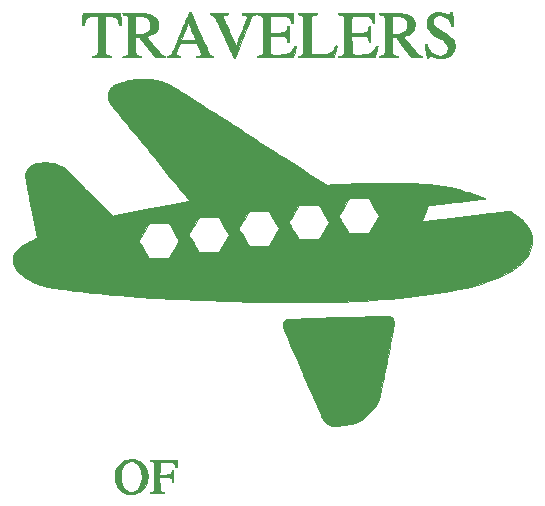
<source format=gbr>
G04 #@! TF.GenerationSoftware,KiCad,Pcbnew,5.1.5+dfsg1-2build2*
G04 #@! TF.CreationDate,2021-06-03T20:46:49-04:00*
G04 #@! TF.ProjectId,case_emblem,63617365-5f65-46d6-926c-656d2e6b6963,rev?*
G04 #@! TF.SameCoordinates,Original*
G04 #@! TF.FileFunction,Legend,Top*
G04 #@! TF.FilePolarity,Positive*
%FSLAX46Y46*%
G04 Gerber Fmt 4.6, Leading zero omitted, Abs format (unit mm)*
G04 Created by KiCad (PCBNEW 5.1.5+dfsg1-2build2) date 2021-06-03 20:46:49*
%MOMM*%
%LPD*%
G04 APERTURE LIST*
%ADD10C,0.010000*%
G04 APERTURE END LIST*
D10*
G36*
X-11387135Y-18356835D02*
G01*
X-11180708Y-18398794D01*
X-10994494Y-18471807D01*
X-10821773Y-18578561D01*
X-10655823Y-18721747D01*
X-10643376Y-18734116D01*
X-10488103Y-18919064D01*
X-10368834Y-19126162D01*
X-10286084Y-19354479D01*
X-10274753Y-19399250D01*
X-10254211Y-19522140D01*
X-10242271Y-19671543D01*
X-10238943Y-19833160D01*
X-10244232Y-19992695D01*
X-10258147Y-20135849D01*
X-10274320Y-20224165D01*
X-10348298Y-20447211D01*
X-10457136Y-20652619D01*
X-10596998Y-20835630D01*
X-10764044Y-20991481D01*
X-10954437Y-21115414D01*
X-11018219Y-21146891D01*
X-11194086Y-21209695D01*
X-11393790Y-21251158D01*
X-11603867Y-21269961D01*
X-11810853Y-21264785D01*
X-11974133Y-21240582D01*
X-12183672Y-21173911D01*
X-12378556Y-21070189D01*
X-12554856Y-20933318D01*
X-12708639Y-20767201D01*
X-12835975Y-20575739D01*
X-12932932Y-20362834D01*
X-12967382Y-20254696D01*
X-12987736Y-20149623D01*
X-13001055Y-20015441D01*
X-13007319Y-19864591D01*
X-13006943Y-19792919D01*
X-12497375Y-19792919D01*
X-12497298Y-19812000D01*
X-12496191Y-19950552D01*
X-12493593Y-20056140D01*
X-12488522Y-20138132D01*
X-12479994Y-20205895D01*
X-12467025Y-20268795D01*
X-12448633Y-20336201D01*
X-12438830Y-20368842D01*
X-12382150Y-20535216D01*
X-12322081Y-20669120D01*
X-12253522Y-20780380D01*
X-12177570Y-20872256D01*
X-12060803Y-20976651D01*
X-11934587Y-21046702D01*
X-11791183Y-21085321D01*
X-11622854Y-21095422D01*
X-11587652Y-21094368D01*
X-11474605Y-21084999D01*
X-11384107Y-21065047D01*
X-11297313Y-21030483D01*
X-11157742Y-20945023D01*
X-11038254Y-20829081D01*
X-10937107Y-20680155D01*
X-10852559Y-20495744D01*
X-10790752Y-20303034D01*
X-10764166Y-20167958D01*
X-10747825Y-20004524D01*
X-10741726Y-19825451D01*
X-10745870Y-19643456D01*
X-10760253Y-19471258D01*
X-10784875Y-19321574D01*
X-10790873Y-19296079D01*
X-10859712Y-19084554D01*
X-10951873Y-18903461D01*
X-11065294Y-18754498D01*
X-11197915Y-18639361D01*
X-11347674Y-18559747D01*
X-11512509Y-18517352D01*
X-11690360Y-18513872D01*
X-11734915Y-18519040D01*
X-11904193Y-18560745D01*
X-12052197Y-18635641D01*
X-12180140Y-18745003D01*
X-12289232Y-18890108D01*
X-12380686Y-19072233D01*
X-12449982Y-19272533D01*
X-12468282Y-19340333D01*
X-12481349Y-19403474D01*
X-12489988Y-19471129D01*
X-12495001Y-19552472D01*
X-12497196Y-19656678D01*
X-12497375Y-19792919D01*
X-13006943Y-19792919D01*
X-13006505Y-19709511D01*
X-12998592Y-19562640D01*
X-12983558Y-19436418D01*
X-12968921Y-19367500D01*
X-12900665Y-19169001D01*
X-12808886Y-18993790D01*
X-12686624Y-18830038D01*
X-12594713Y-18731335D01*
X-12436942Y-18589968D01*
X-12277260Y-18483770D01*
X-12107742Y-18409584D01*
X-11920465Y-18364253D01*
X-11707505Y-18344621D01*
X-11620500Y-18343239D01*
X-11387135Y-18356835D01*
G37*
X-11387135Y-18356835D02*
X-11180708Y-18398794D01*
X-10994494Y-18471807D01*
X-10821773Y-18578561D01*
X-10655823Y-18721747D01*
X-10643376Y-18734116D01*
X-10488103Y-18919064D01*
X-10368834Y-19126162D01*
X-10286084Y-19354479D01*
X-10274753Y-19399250D01*
X-10254211Y-19522140D01*
X-10242271Y-19671543D01*
X-10238943Y-19833160D01*
X-10244232Y-19992695D01*
X-10258147Y-20135849D01*
X-10274320Y-20224165D01*
X-10348298Y-20447211D01*
X-10457136Y-20652619D01*
X-10596998Y-20835630D01*
X-10764044Y-20991481D01*
X-10954437Y-21115414D01*
X-11018219Y-21146891D01*
X-11194086Y-21209695D01*
X-11393790Y-21251158D01*
X-11603867Y-21269961D01*
X-11810853Y-21264785D01*
X-11974133Y-21240582D01*
X-12183672Y-21173911D01*
X-12378556Y-21070189D01*
X-12554856Y-20933318D01*
X-12708639Y-20767201D01*
X-12835975Y-20575739D01*
X-12932932Y-20362834D01*
X-12967382Y-20254696D01*
X-12987736Y-20149623D01*
X-13001055Y-20015441D01*
X-13007319Y-19864591D01*
X-13006943Y-19792919D01*
X-12497375Y-19792919D01*
X-12497298Y-19812000D01*
X-12496191Y-19950552D01*
X-12493593Y-20056140D01*
X-12488522Y-20138132D01*
X-12479994Y-20205895D01*
X-12467025Y-20268795D01*
X-12448633Y-20336201D01*
X-12438830Y-20368842D01*
X-12382150Y-20535216D01*
X-12322081Y-20669120D01*
X-12253522Y-20780380D01*
X-12177570Y-20872256D01*
X-12060803Y-20976651D01*
X-11934587Y-21046702D01*
X-11791183Y-21085321D01*
X-11622854Y-21095422D01*
X-11587652Y-21094368D01*
X-11474605Y-21084999D01*
X-11384107Y-21065047D01*
X-11297313Y-21030483D01*
X-11157742Y-20945023D01*
X-11038254Y-20829081D01*
X-10937107Y-20680155D01*
X-10852559Y-20495744D01*
X-10790752Y-20303034D01*
X-10764166Y-20167958D01*
X-10747825Y-20004524D01*
X-10741726Y-19825451D01*
X-10745870Y-19643456D01*
X-10760253Y-19471258D01*
X-10784875Y-19321574D01*
X-10790873Y-19296079D01*
X-10859712Y-19084554D01*
X-10951873Y-18903461D01*
X-11065294Y-18754498D01*
X-11197915Y-18639361D01*
X-11347674Y-18559747D01*
X-11512509Y-18517352D01*
X-11690360Y-18513872D01*
X-11734915Y-18519040D01*
X-11904193Y-18560745D01*
X-12052197Y-18635641D01*
X-12180140Y-18745003D01*
X-12289232Y-18890108D01*
X-12380686Y-19072233D01*
X-12449982Y-19272533D01*
X-12468282Y-19340333D01*
X-12481349Y-19403474D01*
X-12489988Y-19471129D01*
X-12495001Y-19552472D01*
X-12497196Y-19656678D01*
X-12497375Y-19792919D01*
X-13006943Y-19792919D01*
X-13006505Y-19709511D01*
X-12998592Y-19562640D01*
X-12983558Y-19436418D01*
X-12968921Y-19367500D01*
X-12900665Y-19169001D01*
X-12808886Y-18993790D01*
X-12686624Y-18830038D01*
X-12594713Y-18731335D01*
X-12436942Y-18589968D01*
X-12277260Y-18483770D01*
X-12107742Y-18409584D01*
X-11920465Y-18364253D01*
X-11707505Y-18344621D01*
X-11620500Y-18343239D01*
X-11387135Y-18356835D01*
G36*
X-7768166Y-19031645D02*
G01*
X-7823610Y-19024948D01*
X-7857007Y-19015204D01*
X-7881275Y-18989096D01*
X-7903597Y-18936679D01*
X-7916698Y-18896126D01*
X-7943791Y-18812347D01*
X-7971038Y-18745740D01*
X-8003414Y-18694336D01*
X-8045892Y-18656170D01*
X-8103447Y-18629272D01*
X-8181053Y-18611674D01*
X-8283683Y-18601410D01*
X-8416313Y-18596511D01*
X-8583915Y-18595009D01*
X-8678077Y-18594917D01*
X-9196403Y-18594917D01*
X-9210031Y-18658417D01*
X-9214173Y-18697971D01*
X-9218045Y-18772636D01*
X-9221424Y-18875190D01*
X-9224090Y-18998413D01*
X-9225820Y-19135081D01*
X-9226162Y-19184500D01*
X-9228666Y-19647084D01*
X-8810625Y-19638227D01*
X-8643519Y-19633578D01*
X-8515155Y-19627393D01*
X-8421963Y-19619387D01*
X-8360368Y-19609275D01*
X-8332677Y-19600097D01*
X-8273566Y-19550823D01*
X-8223053Y-19470283D01*
X-8187340Y-19369479D01*
X-8178772Y-19327109D01*
X-8166716Y-19271746D01*
X-8147608Y-19246823D01*
X-8111296Y-19240559D01*
X-8104128Y-19240500D01*
X-8043333Y-19240500D01*
X-8043333Y-20235334D01*
X-8104046Y-20235334D01*
X-8144339Y-20230565D01*
X-8164572Y-20208165D01*
X-8175398Y-20155995D01*
X-8175713Y-20153666D01*
X-8203526Y-20042845D01*
X-8251795Y-19950438D01*
X-8314635Y-19887127D01*
X-8326646Y-19879859D01*
X-8356980Y-19866866D01*
X-8398359Y-19856949D01*
X-8456943Y-19849560D01*
X-8538894Y-19844152D01*
X-8650376Y-19840177D01*
X-8797551Y-19837088D01*
X-8810625Y-19836870D01*
X-9228666Y-19829989D01*
X-9227525Y-20239036D01*
X-9226205Y-20380327D01*
X-9223247Y-20519934D01*
X-9218992Y-20647352D01*
X-9213781Y-20752071D01*
X-9208746Y-20816456D01*
X-9197577Y-20905402D01*
X-9184154Y-20963509D01*
X-9164601Y-21002238D01*
X-9135721Y-21032471D01*
X-9075695Y-21068784D01*
X-9005363Y-21092110D01*
X-9001041Y-21092860D01*
X-8915461Y-21107494D01*
X-8863534Y-21119936D01*
X-8836964Y-21133711D01*
X-8827461Y-21152346D01*
X-8826500Y-21167070D01*
X-8827854Y-21179248D01*
X-8834963Y-21188807D01*
X-8852392Y-21196064D01*
X-8884711Y-21201335D01*
X-8936485Y-21204939D01*
X-9012283Y-21207190D01*
X-9116671Y-21208406D01*
X-9254218Y-21208904D01*
X-9429490Y-21209000D01*
X-10035944Y-21209000D01*
X-10029180Y-21161565D01*
X-10017448Y-21131052D01*
X-9985905Y-21112650D01*
X-9923491Y-21100052D01*
X-9920548Y-21099630D01*
X-9817393Y-21074898D01*
X-9747822Y-21032221D01*
X-9705150Y-20966709D01*
X-9694439Y-20934225D01*
X-9688487Y-20889146D01*
X-9683729Y-20802477D01*
X-9680165Y-20674096D01*
X-9677793Y-20503881D01*
X-9676609Y-20291711D01*
X-9676614Y-20037463D01*
X-9677732Y-19754127D01*
X-9679126Y-19503356D01*
X-9680551Y-19291476D01*
X-9682344Y-19115047D01*
X-9684842Y-18970628D01*
X-9688384Y-18854776D01*
X-9693305Y-18764052D01*
X-9699943Y-18695015D01*
X-9708635Y-18644223D01*
X-9719719Y-18608236D01*
X-9733531Y-18583613D01*
X-9750408Y-18566912D01*
X-9770689Y-18554693D01*
X-9794709Y-18543515D01*
X-9796430Y-18542732D01*
X-9850502Y-18524885D01*
X-9921193Y-18509560D01*
X-9940445Y-18506599D01*
X-9998814Y-18495380D01*
X-10025960Y-18478006D01*
X-10032976Y-18446962D01*
X-10033000Y-18443873D01*
X-10033000Y-18393834D01*
X-7768166Y-18393834D01*
X-7768166Y-19031645D01*
G37*
X-7768166Y-19031645D02*
X-7823610Y-19024948D01*
X-7857007Y-19015204D01*
X-7881275Y-18989096D01*
X-7903597Y-18936679D01*
X-7916698Y-18896126D01*
X-7943791Y-18812347D01*
X-7971038Y-18745740D01*
X-8003414Y-18694336D01*
X-8045892Y-18656170D01*
X-8103447Y-18629272D01*
X-8181053Y-18611674D01*
X-8283683Y-18601410D01*
X-8416313Y-18596511D01*
X-8583915Y-18595009D01*
X-8678077Y-18594917D01*
X-9196403Y-18594917D01*
X-9210031Y-18658417D01*
X-9214173Y-18697971D01*
X-9218045Y-18772636D01*
X-9221424Y-18875190D01*
X-9224090Y-18998413D01*
X-9225820Y-19135081D01*
X-9226162Y-19184500D01*
X-9228666Y-19647084D01*
X-8810625Y-19638227D01*
X-8643519Y-19633578D01*
X-8515155Y-19627393D01*
X-8421963Y-19619387D01*
X-8360368Y-19609275D01*
X-8332677Y-19600097D01*
X-8273566Y-19550823D01*
X-8223053Y-19470283D01*
X-8187340Y-19369479D01*
X-8178772Y-19327109D01*
X-8166716Y-19271746D01*
X-8147608Y-19246823D01*
X-8111296Y-19240559D01*
X-8104128Y-19240500D01*
X-8043333Y-19240500D01*
X-8043333Y-20235334D01*
X-8104046Y-20235334D01*
X-8144339Y-20230565D01*
X-8164572Y-20208165D01*
X-8175398Y-20155995D01*
X-8175713Y-20153666D01*
X-8203526Y-20042845D01*
X-8251795Y-19950438D01*
X-8314635Y-19887127D01*
X-8326646Y-19879859D01*
X-8356980Y-19866866D01*
X-8398359Y-19856949D01*
X-8456943Y-19849560D01*
X-8538894Y-19844152D01*
X-8650376Y-19840177D01*
X-8797551Y-19837088D01*
X-8810625Y-19836870D01*
X-9228666Y-19829989D01*
X-9227525Y-20239036D01*
X-9226205Y-20380327D01*
X-9223247Y-20519934D01*
X-9218992Y-20647352D01*
X-9213781Y-20752071D01*
X-9208746Y-20816456D01*
X-9197577Y-20905402D01*
X-9184154Y-20963509D01*
X-9164601Y-21002238D01*
X-9135721Y-21032471D01*
X-9075695Y-21068784D01*
X-9005363Y-21092110D01*
X-9001041Y-21092860D01*
X-8915461Y-21107494D01*
X-8863534Y-21119936D01*
X-8836964Y-21133711D01*
X-8827461Y-21152346D01*
X-8826500Y-21167070D01*
X-8827854Y-21179248D01*
X-8834963Y-21188807D01*
X-8852392Y-21196064D01*
X-8884711Y-21201335D01*
X-8936485Y-21204939D01*
X-9012283Y-21207190D01*
X-9116671Y-21208406D01*
X-9254218Y-21208904D01*
X-9429490Y-21209000D01*
X-10035944Y-21209000D01*
X-10029180Y-21161565D01*
X-10017448Y-21131052D01*
X-9985905Y-21112650D01*
X-9923491Y-21100052D01*
X-9920548Y-21099630D01*
X-9817393Y-21074898D01*
X-9747822Y-21032221D01*
X-9705150Y-20966709D01*
X-9694439Y-20934225D01*
X-9688487Y-20889146D01*
X-9683729Y-20802477D01*
X-9680165Y-20674096D01*
X-9677793Y-20503881D01*
X-9676609Y-20291711D01*
X-9676614Y-20037463D01*
X-9677732Y-19754127D01*
X-9679126Y-19503356D01*
X-9680551Y-19291476D01*
X-9682344Y-19115047D01*
X-9684842Y-18970628D01*
X-9688384Y-18854776D01*
X-9693305Y-18764052D01*
X-9699943Y-18695015D01*
X-9708635Y-18644223D01*
X-9719719Y-18608236D01*
X-9733531Y-18583613D01*
X-9750408Y-18566912D01*
X-9770689Y-18554693D01*
X-9794709Y-18543515D01*
X-9796430Y-18542732D01*
X-9850502Y-18524885D01*
X-9921193Y-18509560D01*
X-9940445Y-18506599D01*
X-9998814Y-18495380D01*
X-10025960Y-18478006D01*
X-10032976Y-18446962D01*
X-10033000Y-18443873D01*
X-10033000Y-18393834D01*
X-7768166Y-18393834D01*
X-7768166Y-19031645D01*
G36*
X9915512Y-6214731D02*
G01*
X10013160Y-6216336D01*
X10094727Y-6219090D01*
X10161965Y-6222997D01*
X10216621Y-6228060D01*
X10260446Y-6234283D01*
X10295187Y-6241671D01*
X10322596Y-6250227D01*
X10344420Y-6259955D01*
X10362410Y-6270860D01*
X10378314Y-6282945D01*
X10393882Y-6296214D01*
X10410863Y-6310671D01*
X10423738Y-6320898D01*
X10510570Y-6409752D01*
X10581009Y-6525576D01*
X10627076Y-6653851D01*
X10637484Y-6709834D01*
X10637535Y-6732464D01*
X10633741Y-6772459D01*
X10625787Y-6831507D01*
X10613357Y-6911299D01*
X10596135Y-7013523D01*
X10573805Y-7139870D01*
X10546051Y-7292029D01*
X10512558Y-7471689D01*
X10473009Y-7680541D01*
X10427089Y-7920274D01*
X10374483Y-8192576D01*
X10314874Y-8499139D01*
X10247947Y-8841652D01*
X10173385Y-9221804D01*
X10090874Y-9641284D01*
X10065830Y-9768417D01*
X9996666Y-10119063D01*
X9929236Y-10460233D01*
X9864041Y-10789420D01*
X9801583Y-11104117D01*
X9742365Y-11401818D01*
X9686887Y-11680015D01*
X9635653Y-11936202D01*
X9589164Y-12167872D01*
X9547922Y-12372518D01*
X9512429Y-12547632D01*
X9483187Y-12690710D01*
X9460698Y-12799242D01*
X9445464Y-12870723D01*
X9438885Y-12899363D01*
X9327693Y-13248850D01*
X9178969Y-13582202D01*
X8995314Y-13896750D01*
X8779330Y-14189829D01*
X8533618Y-14458771D01*
X8260779Y-14700910D01*
X7963416Y-14913577D01*
X7644128Y-15094105D01*
X7305519Y-15239829D01*
X7085759Y-15311893D01*
X7004632Y-15334733D01*
X6928368Y-15354323D01*
X6850522Y-15371782D01*
X6764650Y-15388230D01*
X6664306Y-15404785D01*
X6543046Y-15422566D01*
X6394425Y-15442694D01*
X6211997Y-15466285D01*
X6154203Y-15473636D01*
X5973936Y-15496155D01*
X5829301Y-15513014D01*
X5713997Y-15524363D01*
X5621724Y-15530351D01*
X5546181Y-15531128D01*
X5481067Y-15526842D01*
X5420081Y-15517642D01*
X5356922Y-15503679D01*
X5316868Y-15493471D01*
X5221263Y-15464038D01*
X5124349Y-15427198D01*
X5053387Y-15394095D01*
X4946362Y-15324349D01*
X4834322Y-15231699D01*
X4730999Y-15128822D01*
X4650129Y-15028391D01*
X4639222Y-15011874D01*
X4624530Y-14982698D01*
X4593811Y-14916598D01*
X4547901Y-14815478D01*
X4487642Y-14681244D01*
X4413870Y-14515798D01*
X4327427Y-14321046D01*
X4229149Y-14098892D01*
X4119878Y-13851240D01*
X4000450Y-13579993D01*
X3871706Y-13287058D01*
X3734485Y-12974337D01*
X3589624Y-12643735D01*
X3437964Y-12297157D01*
X3280343Y-11936506D01*
X3117600Y-11563686D01*
X2950575Y-11180603D01*
X2889199Y-11039722D01*
X2678520Y-10555829D01*
X2484357Y-10109444D01*
X2306180Y-9699322D01*
X2143459Y-9324223D01*
X1995664Y-8982902D01*
X1862266Y-8674118D01*
X1742734Y-8396628D01*
X1636539Y-8149190D01*
X1543149Y-7930559D01*
X1462037Y-7739495D01*
X1392670Y-7574754D01*
X1334520Y-7435094D01*
X1287057Y-7319272D01*
X1249750Y-7226045D01*
X1222070Y-7154171D01*
X1203486Y-7102407D01*
X1193469Y-7069510D01*
X1191397Y-7058802D01*
X1196056Y-6907945D01*
X1239334Y-6766695D01*
X1317642Y-6641399D01*
X1427394Y-6538405D01*
X1515375Y-6485698D01*
X1632659Y-6428317D01*
X5880455Y-6310652D01*
X6386896Y-6296591D01*
X6852768Y-6283624D01*
X7279819Y-6271753D01*
X7669798Y-6260984D01*
X8024456Y-6251320D01*
X8345540Y-6242765D01*
X8634801Y-6235324D01*
X8893988Y-6228999D01*
X9124850Y-6223796D01*
X9329137Y-6219717D01*
X9508597Y-6216767D01*
X9664980Y-6214950D01*
X9800035Y-6214270D01*
X9915512Y-6214731D01*
G37*
X9915512Y-6214731D02*
X10013160Y-6216336D01*
X10094727Y-6219090D01*
X10161965Y-6222997D01*
X10216621Y-6228060D01*
X10260446Y-6234283D01*
X10295187Y-6241671D01*
X10322596Y-6250227D01*
X10344420Y-6259955D01*
X10362410Y-6270860D01*
X10378314Y-6282945D01*
X10393882Y-6296214D01*
X10410863Y-6310671D01*
X10423738Y-6320898D01*
X10510570Y-6409752D01*
X10581009Y-6525576D01*
X10627076Y-6653851D01*
X10637484Y-6709834D01*
X10637535Y-6732464D01*
X10633741Y-6772459D01*
X10625787Y-6831507D01*
X10613357Y-6911299D01*
X10596135Y-7013523D01*
X10573805Y-7139870D01*
X10546051Y-7292029D01*
X10512558Y-7471689D01*
X10473009Y-7680541D01*
X10427089Y-7920274D01*
X10374483Y-8192576D01*
X10314874Y-8499139D01*
X10247947Y-8841652D01*
X10173385Y-9221804D01*
X10090874Y-9641284D01*
X10065830Y-9768417D01*
X9996666Y-10119063D01*
X9929236Y-10460233D01*
X9864041Y-10789420D01*
X9801583Y-11104117D01*
X9742365Y-11401818D01*
X9686887Y-11680015D01*
X9635653Y-11936202D01*
X9589164Y-12167872D01*
X9547922Y-12372518D01*
X9512429Y-12547632D01*
X9483187Y-12690710D01*
X9460698Y-12799242D01*
X9445464Y-12870723D01*
X9438885Y-12899363D01*
X9327693Y-13248850D01*
X9178969Y-13582202D01*
X8995314Y-13896750D01*
X8779330Y-14189829D01*
X8533618Y-14458771D01*
X8260779Y-14700910D01*
X7963416Y-14913577D01*
X7644128Y-15094105D01*
X7305519Y-15239829D01*
X7085759Y-15311893D01*
X7004632Y-15334733D01*
X6928368Y-15354323D01*
X6850522Y-15371782D01*
X6764650Y-15388230D01*
X6664306Y-15404785D01*
X6543046Y-15422566D01*
X6394425Y-15442694D01*
X6211997Y-15466285D01*
X6154203Y-15473636D01*
X5973936Y-15496155D01*
X5829301Y-15513014D01*
X5713997Y-15524363D01*
X5621724Y-15530351D01*
X5546181Y-15531128D01*
X5481067Y-15526842D01*
X5420081Y-15517642D01*
X5356922Y-15503679D01*
X5316868Y-15493471D01*
X5221263Y-15464038D01*
X5124349Y-15427198D01*
X5053387Y-15394095D01*
X4946362Y-15324349D01*
X4834322Y-15231699D01*
X4730999Y-15128822D01*
X4650129Y-15028391D01*
X4639222Y-15011874D01*
X4624530Y-14982698D01*
X4593811Y-14916598D01*
X4547901Y-14815478D01*
X4487642Y-14681244D01*
X4413870Y-14515798D01*
X4327427Y-14321046D01*
X4229149Y-14098892D01*
X4119878Y-13851240D01*
X4000450Y-13579993D01*
X3871706Y-13287058D01*
X3734485Y-12974337D01*
X3589624Y-12643735D01*
X3437964Y-12297157D01*
X3280343Y-11936506D01*
X3117600Y-11563686D01*
X2950575Y-11180603D01*
X2889199Y-11039722D01*
X2678520Y-10555829D01*
X2484357Y-10109444D01*
X2306180Y-9699322D01*
X2143459Y-9324223D01*
X1995664Y-8982902D01*
X1862266Y-8674118D01*
X1742734Y-8396628D01*
X1636539Y-8149190D01*
X1543149Y-7930559D01*
X1462037Y-7739495D01*
X1392670Y-7574754D01*
X1334520Y-7435094D01*
X1287057Y-7319272D01*
X1249750Y-7226045D01*
X1222070Y-7154171D01*
X1203486Y-7102407D01*
X1193469Y-7069510D01*
X1191397Y-7058802D01*
X1196056Y-6907945D01*
X1239334Y-6766695D01*
X1317642Y-6641399D01*
X1427394Y-6538405D01*
X1515375Y-6485698D01*
X1632659Y-6428317D01*
X5880455Y-6310652D01*
X6386896Y-6296591D01*
X6852768Y-6283624D01*
X7279819Y-6271753D01*
X7669798Y-6260984D01*
X8024456Y-6251320D01*
X8345540Y-6242765D01*
X8634801Y-6235324D01*
X8893988Y-6228999D01*
X9124850Y-6223796D01*
X9329137Y-6219717D01*
X9508597Y-6216767D01*
X9664980Y-6214950D01*
X9800035Y-6214270D01*
X9915512Y-6214731D01*
G36*
X-10410162Y13882215D02*
G01*
X-10278852Y13878610D01*
X-10161683Y13871220D01*
X-10049292Y13859739D01*
X-10011833Y13855023D01*
X-9542708Y13773729D01*
X-9092280Y13655421D01*
X-8661763Y13500502D01*
X-8252371Y13309372D01*
X-8091672Y13221074D01*
X-8054468Y13198541D01*
X-7983140Y13154158D01*
X-7879214Y13088896D01*
X-7744221Y13003730D01*
X-7579688Y12899631D01*
X-7387143Y12777573D01*
X-7168116Y12638530D01*
X-6924135Y12483473D01*
X-6656728Y12313377D01*
X-6367423Y12129214D01*
X-6057750Y11931957D01*
X-5729235Y11722579D01*
X-5383409Y11502053D01*
X-5021799Y11271353D01*
X-4645935Y11031451D01*
X-4257343Y10783320D01*
X-3857553Y10527934D01*
X-3448093Y10266265D01*
X-3030492Y9999286D01*
X-2952750Y9949572D01*
X-2516367Y9670512D01*
X-2078950Y9390794D01*
X-1642582Y9111750D01*
X-1209346Y8834713D01*
X-781325Y8561014D01*
X-360602Y8291985D01*
X50742Y8028957D01*
X450622Y7773263D01*
X836956Y7526234D01*
X1207661Y7289201D01*
X1560654Y7063498D01*
X1893854Y6850454D01*
X2205176Y6651403D01*
X2492537Y6467677D01*
X2753856Y6300605D01*
X2987050Y6151522D01*
X3190035Y6021758D01*
X3360728Y5912644D01*
X3449336Y5856008D01*
X4940755Y4902765D01*
X5386086Y4928375D01*
X5803028Y4952080D01*
X6183016Y4973022D01*
X6531327Y4991365D01*
X6853241Y5007275D01*
X7154034Y5020914D01*
X7438985Y5032447D01*
X7713372Y5042038D01*
X7982473Y5049852D01*
X8251565Y5056052D01*
X8525926Y5060803D01*
X8810835Y5064268D01*
X9111570Y5066613D01*
X9433408Y5068001D01*
X9781627Y5068597D01*
X9895417Y5068646D01*
X10248109Y5068462D01*
X10563425Y5067682D01*
X10846318Y5066168D01*
X11101743Y5063781D01*
X11334654Y5060384D01*
X11550006Y5055836D01*
X11752752Y5050000D01*
X11947847Y5042738D01*
X12140246Y5033911D01*
X12334901Y5023380D01*
X12536769Y5011007D01*
X12750802Y4996653D01*
X12932834Y4983744D01*
X13569851Y4930434D01*
X14171442Y4865166D01*
X14736395Y4788112D01*
X15263496Y4699448D01*
X15751531Y4599345D01*
X15959667Y4550223D01*
X16106920Y4511218D01*
X16286535Y4459249D01*
X16491526Y4396671D01*
X16714911Y4325842D01*
X16949706Y4249118D01*
X17188927Y4168856D01*
X17425589Y4087414D01*
X17652710Y4007147D01*
X17863306Y3930414D01*
X18050392Y3859570D01*
X18206985Y3796973D01*
X18266834Y3771606D01*
X18321364Y3746774D01*
X18340899Y3732481D01*
X18329674Y3723361D01*
X18309167Y3717960D01*
X18281477Y3713998D01*
X18214457Y3705624D01*
X18110846Y3693155D01*
X17973383Y3676909D01*
X17804805Y3657200D01*
X17607852Y3634347D01*
X17385262Y3608665D01*
X17139773Y3580471D01*
X16874125Y3550082D01*
X16591056Y3517814D01*
X16293305Y3483983D01*
X15983609Y3448907D01*
X15896167Y3439023D01*
X15584540Y3403701D01*
X15284703Y3369495D01*
X14999335Y3336720D01*
X14731116Y3305696D01*
X14482726Y3276740D01*
X14256847Y3250169D01*
X14056157Y3226300D01*
X13883336Y3205451D01*
X13741066Y3187939D01*
X13632027Y3174082D01*
X13558897Y3164198D01*
X13524358Y3158603D01*
X13521924Y3157811D01*
X13510546Y3135120D01*
X13486099Y3079153D01*
X13450796Y2995404D01*
X13406850Y2889363D01*
X13356474Y2766525D01*
X13301882Y2632381D01*
X13245286Y2492424D01*
X13188900Y2352147D01*
X13134938Y2217043D01*
X13085612Y2092603D01*
X13043135Y1984321D01*
X13009721Y1897689D01*
X12987583Y1838199D01*
X12978935Y1811345D01*
X12978991Y1810392D01*
X13000152Y1812382D01*
X13060749Y1819142D01*
X13158191Y1830361D01*
X13289887Y1845728D01*
X13453246Y1864932D01*
X13645676Y1887661D01*
X13864586Y1913605D01*
X14107385Y1942453D01*
X14371482Y1973893D01*
X14654286Y2007614D01*
X14953205Y2043306D01*
X15265649Y2080657D01*
X15589026Y2119356D01*
X15920745Y2159092D01*
X16258215Y2199554D01*
X16598844Y2240430D01*
X16940042Y2281411D01*
X17279217Y2322184D01*
X17613779Y2362439D01*
X17941135Y2401864D01*
X18258695Y2440148D01*
X18563868Y2476981D01*
X18854062Y2512050D01*
X19126687Y2545046D01*
X19379150Y2575657D01*
X19608862Y2603572D01*
X19813230Y2628479D01*
X19989664Y2650069D01*
X20135572Y2668028D01*
X20248364Y2682048D01*
X20325447Y2691816D01*
X20364232Y2697021D01*
X20365210Y2697170D01*
X20397133Y2699778D01*
X20429771Y2695040D01*
X20469650Y2679752D01*
X20523297Y2650713D01*
X20597238Y2604718D01*
X20697999Y2538564D01*
X20725043Y2520568D01*
X20963199Y2355871D01*
X21170697Y2198804D01*
X21356535Y2042176D01*
X21529710Y1878795D01*
X21536371Y1872148D01*
X21767470Y1616156D01*
X21957151Y1351885D01*
X22105369Y1079518D01*
X22212078Y799235D01*
X22277231Y511217D01*
X22300782Y215647D01*
X22282687Y-87296D01*
X22222898Y-397429D01*
X22162302Y-600878D01*
X22041218Y-893342D01*
X21878962Y-1176222D01*
X21675607Y-1449482D01*
X21431225Y-1713083D01*
X21145886Y-1966989D01*
X20819662Y-2211163D01*
X20452625Y-2445568D01*
X20044847Y-2670167D01*
X19596399Y-2884923D01*
X19107354Y-3089798D01*
X18577781Y-3284756D01*
X18007754Y-3469759D01*
X17397344Y-3644771D01*
X16746622Y-3809754D01*
X16055661Y-3964672D01*
X15409334Y-4093598D01*
X14836993Y-4197115D01*
X14251150Y-4294060D01*
X13649599Y-4384637D01*
X13030135Y-4469048D01*
X12390551Y-4547497D01*
X11728643Y-4620188D01*
X11042203Y-4687323D01*
X10329027Y-4749106D01*
X9586909Y-4805741D01*
X8813642Y-4857430D01*
X8007022Y-4904378D01*
X7164842Y-4946787D01*
X6284896Y-4984860D01*
X5376334Y-5018415D01*
X5249697Y-5021942D01*
X5084245Y-5025299D01*
X4883497Y-5028476D01*
X4650970Y-5031462D01*
X4390182Y-5034247D01*
X4104651Y-5036821D01*
X3797896Y-5039174D01*
X3473435Y-5041295D01*
X3134784Y-5043175D01*
X2785464Y-5044803D01*
X2428991Y-5046169D01*
X2068884Y-5047262D01*
X1708661Y-5048073D01*
X1351839Y-5048591D01*
X1001938Y-5048807D01*
X662475Y-5048709D01*
X336968Y-5048288D01*
X28935Y-5047533D01*
X-258106Y-5046435D01*
X-520636Y-5044982D01*
X-755138Y-5043165D01*
X-958094Y-5040974D01*
X-1125985Y-5038399D01*
X-1174750Y-5037427D01*
X-3372916Y-4978100D01*
X-5551356Y-4894740D01*
X-7706463Y-4787533D01*
X-9834631Y-4656667D01*
X-11932252Y-4502327D01*
X-12647083Y-4443761D01*
X-13263888Y-4390700D01*
X-13858853Y-4337144D01*
X-14430556Y-4283267D01*
X-14977577Y-4229244D01*
X-15498494Y-4175250D01*
X-15991886Y-4121461D01*
X-16456332Y-4068051D01*
X-16890410Y-4015196D01*
X-17292699Y-3963070D01*
X-17661779Y-3911849D01*
X-17996227Y-3861707D01*
X-18294623Y-3812820D01*
X-18555546Y-3765363D01*
X-18777573Y-3719511D01*
X-18959285Y-3675439D01*
X-19018250Y-3658966D01*
X-19166824Y-3611358D01*
X-19342101Y-3548368D01*
X-19533305Y-3474305D01*
X-19729664Y-3393478D01*
X-19920402Y-3310194D01*
X-20094747Y-3228762D01*
X-20097750Y-3227300D01*
X-20358753Y-3092380D01*
X-20586495Y-2957011D01*
X-20789686Y-2815231D01*
X-20977039Y-2661075D01*
X-21116042Y-2530135D01*
X-21277293Y-2358999D01*
X-21403446Y-2198466D01*
X-21497939Y-2041622D01*
X-21564210Y-1881551D01*
X-21605698Y-1711335D01*
X-21625844Y-1524061D01*
X-21626873Y-1502834D01*
X-21625612Y-1296183D01*
X-21600168Y-1117639D01*
X-21547245Y-958487D01*
X-21463545Y-810009D01*
X-21345769Y-663491D01*
X-21285517Y-600608D01*
X-21184293Y-505751D01*
X-21070303Y-412007D01*
X-20940161Y-317359D01*
X-20790479Y-219790D01*
X-20617872Y-117284D01*
X-20418950Y-7821D01*
X-20190329Y110614D01*
X-20134423Y138262D01*
X-10975557Y138262D01*
X-10975444Y131225D01*
X-10962062Y105326D01*
X-10929861Y47026D01*
X-10881241Y-39446D01*
X-10818603Y-149858D01*
X-10744349Y-279982D01*
X-10660878Y-425588D01*
X-10570593Y-582446D01*
X-10555547Y-608527D01*
X-10149416Y-1312304D01*
X-9294847Y-1307027D01*
X-8440277Y-1301750D01*
X-8020295Y-573573D01*
X-7928463Y-413748D01*
X-7843912Y-265423D01*
X-7768856Y-132575D01*
X-7705512Y-19177D01*
X-7656095Y70796D01*
X-7622820Y133368D01*
X-7607902Y164566D01*
X-7607359Y167260D01*
X-7619142Y187796D01*
X-7649766Y241010D01*
X-7696930Y322908D01*
X-7758331Y429493D01*
X-7831668Y556769D01*
X-7891657Y660865D01*
X-6742339Y660865D01*
X-6728926Y634858D01*
X-6696692Y576454D01*
X-6648041Y489885D01*
X-6585375Y379387D01*
X-6511094Y249190D01*
X-6427602Y103529D01*
X-6337301Y-53364D01*
X-6322260Y-79435D01*
X-5916083Y-783287D01*
X-5061474Y-777935D01*
X-4206864Y-772584D01*
X-3786636Y-43311D01*
X-3366409Y685961D01*
X-3404254Y750439D01*
X-3423351Y783306D01*
X-3460926Y848266D01*
X-3514328Y940725D01*
X-3580908Y1056092D01*
X-3658014Y1189774D01*
X-3658089Y1189905D01*
X-2509008Y1189905D01*
X-2495625Y1163923D01*
X-2463435Y1105535D01*
X-2414837Y1018974D01*
X-2352232Y908473D01*
X-2278019Y778266D01*
X-2194597Y632585D01*
X-2104367Y475663D01*
X-2089322Y449558D01*
X-1683437Y-254467D01*
X25861Y-243417D01*
X866923Y1215131D01*
X822632Y1290190D01*
X801915Y1325721D01*
X762802Y1393205D01*
X708027Y1487910D01*
X640322Y1605106D01*
X568426Y1729659D01*
X1718234Y1729659D01*
X1730036Y1705822D01*
X1760756Y1649500D01*
X1808060Y1564820D01*
X1869614Y1455908D01*
X1943082Y1326891D01*
X2026130Y1181896D01*
X2116424Y1025048D01*
X2137490Y988565D01*
X2549897Y274700D01*
X4259195Y285750D01*
X4679725Y1015024D01*
X5100256Y1744297D01*
X5055966Y1819357D01*
X5035248Y1854888D01*
X4996136Y1922372D01*
X4941360Y2017077D01*
X4873655Y2134273D01*
X4801710Y2258914D01*
X5951472Y2258914D01*
X5963301Y2234872D01*
X5994057Y2178359D01*
X6041403Y2093509D01*
X6103001Y1984454D01*
X6176514Y1855328D01*
X6259605Y1710266D01*
X6349937Y1553400D01*
X6370777Y1517323D01*
X6783138Y803867D01*
X7637753Y809392D01*
X8492369Y814916D01*
X8912709Y1544647D01*
X9333050Y2274378D01*
X9293780Y2340936D01*
X9274315Y2374319D01*
X9236368Y2439751D01*
X9182608Y2532617D01*
X9115707Y2648298D01*
X9038335Y2782175D01*
X8953163Y2929631D01*
X8868085Y3076997D01*
X8481661Y3746500D01*
X6783917Y3745736D01*
X6364222Y3016392D01*
X6272339Y2855737D01*
X6187748Y2705937D01*
X6112672Y2571071D01*
X6049334Y2455220D01*
X5999957Y2362463D01*
X5966764Y2296878D01*
X5951978Y2262546D01*
X5951472Y2258914D01*
X4801710Y2258914D01*
X4795755Y2269229D01*
X4710391Y2417213D01*
X4630453Y2555875D01*
X4249230Y3217333D01*
X3399907Y3216872D01*
X2550584Y3216410D01*
X2130984Y2486650D01*
X2039145Y2325969D01*
X1954587Y2176185D01*
X1879532Y2041369D01*
X1816200Y1925596D01*
X1766813Y1832939D01*
X1733591Y1767470D01*
X1718756Y1733265D01*
X1718234Y1729659D01*
X568426Y1729659D01*
X562421Y1740062D01*
X477058Y1888046D01*
X397119Y2026708D01*
X15897Y2688166D01*
X-833427Y2687705D01*
X-1682750Y2687243D01*
X-2102780Y1956735D01*
X-2224059Y1744419D01*
X-2323415Y1567415D01*
X-2401208Y1425042D01*
X-2457799Y1316618D01*
X-2493550Y1241464D01*
X-2508821Y1198897D01*
X-2509008Y1189905D01*
X-3658089Y1189905D01*
X-3742997Y1337179D01*
X-3829312Y1486958D01*
X-4216526Y2159000D01*
X-5066304Y2158283D01*
X-5916083Y2157565D01*
X-6336162Y1427440D01*
X-6456896Y1216236D01*
X-6555802Y1040210D01*
X-6633316Y898537D01*
X-6689876Y790390D01*
X-6725921Y714943D01*
X-6741887Y671369D01*
X-6742339Y660865D01*
X-7891657Y660865D01*
X-7914637Y700741D01*
X-8004938Y857411D01*
X-8032298Y904875D01*
X-8450190Y1629833D01*
X-9299803Y1629169D01*
X-10149416Y1628504D01*
X-10569313Y897852D01*
X-10691333Y684096D01*
X-10791290Y505839D01*
X-10869439Y362604D01*
X-10926032Y253913D01*
X-10961320Y179292D01*
X-10975557Y138262D01*
X-20134423Y138262D01*
X-19928620Y240040D01*
X-19652110Y372253D01*
X-19566304Y412750D01*
X-20081636Y2921000D01*
X-20162092Y3312702D01*
X-20234388Y3665230D01*
X-20298895Y3980878D01*
X-20355983Y4261938D01*
X-20406021Y4510701D01*
X-20449379Y4729461D01*
X-20486427Y4920510D01*
X-20517534Y5086139D01*
X-20543072Y5228641D01*
X-20563408Y5350309D01*
X-20578913Y5453435D01*
X-20589958Y5540311D01*
X-20596911Y5613229D01*
X-20600142Y5674482D01*
X-20600021Y5726362D01*
X-20596919Y5771161D01*
X-20591204Y5811172D01*
X-20583247Y5848687D01*
X-20573417Y5885998D01*
X-20564789Y5916083D01*
X-20484319Y6121344D01*
X-20370229Y6304874D01*
X-20226355Y6462808D01*
X-20056529Y6591280D01*
X-19864584Y6686423D01*
X-19769666Y6718004D01*
X-19684055Y6736346D01*
X-19564922Y6753404D01*
X-19421074Y6768436D01*
X-19261318Y6780701D01*
X-19094464Y6789459D01*
X-18929317Y6793967D01*
X-18861718Y6794415D01*
X-18514805Y6774089D01*
X-18179918Y6713280D01*
X-17856721Y6611870D01*
X-17544875Y6469742D01*
X-17244042Y6286779D01*
X-17107762Y6187722D01*
X-17072773Y6157081D01*
X-17010139Y6097865D01*
X-16921676Y6011902D01*
X-16809200Y5901018D01*
X-16674527Y5767037D01*
X-16519472Y5611787D01*
X-16345853Y5437092D01*
X-16155486Y5244780D01*
X-15950185Y5036676D01*
X-15731769Y4814606D01*
X-15502052Y4580396D01*
X-15262850Y4335871D01*
X-15100748Y4169808D01*
X-14794240Y3855838D01*
X-14516501Y3571954D01*
X-14267033Y3317657D01*
X-14045336Y3092449D01*
X-13850913Y2895828D01*
X-13683264Y2727296D01*
X-13541891Y2586354D01*
X-13426296Y2472502D01*
X-13335979Y2385241D01*
X-13270442Y2324070D01*
X-13229186Y2288492D01*
X-13211819Y2277976D01*
X-12899775Y2350057D01*
X-12550648Y2427652D01*
X-12169194Y2509829D01*
X-11760168Y2595652D01*
X-11328327Y2684188D01*
X-10878426Y2774503D01*
X-10415221Y2865662D01*
X-9943469Y2956732D01*
X-9467924Y3046779D01*
X-8993344Y3134868D01*
X-8524483Y3220066D01*
X-8066099Y3301439D01*
X-7622946Y3378052D01*
X-7529299Y3393951D01*
X-7350621Y3424419D01*
X-7185258Y3453078D01*
X-7037812Y3479093D01*
X-6912887Y3501634D01*
X-6815084Y3519866D01*
X-6749006Y3532959D01*
X-6719257Y3540079D01*
X-6718116Y3540662D01*
X-6730293Y3557847D01*
X-6768123Y3606414D01*
X-6830473Y3684965D01*
X-6916209Y3792102D01*
X-7024197Y3926427D01*
X-7153304Y4086542D01*
X-7302395Y4271049D01*
X-7470336Y4478549D01*
X-7655995Y4707644D01*
X-7858236Y4956937D01*
X-8075926Y5225029D01*
X-8307932Y5510522D01*
X-8553119Y5812018D01*
X-8810354Y6128119D01*
X-9078503Y6457426D01*
X-9356432Y6798543D01*
X-9643007Y7150070D01*
X-9937094Y7510609D01*
X-10026150Y7619748D01*
X-10323315Y7983970D01*
X-10613882Y8340240D01*
X-10896679Y8687120D01*
X-11170538Y9023169D01*
X-11434288Y9346949D01*
X-11686759Y9657019D01*
X-11926783Y9951941D01*
X-12153188Y10230274D01*
X-12364806Y10490580D01*
X-12560466Y10731418D01*
X-12738999Y10951350D01*
X-12899235Y11148936D01*
X-13040004Y11322736D01*
X-13160136Y11471310D01*
X-13258462Y11593220D01*
X-13333812Y11687026D01*
X-13385016Y11751288D01*
X-13410905Y11784567D01*
X-13413298Y11787898D01*
X-13500517Y11951722D01*
X-13559588Y12138166D01*
X-13587136Y12335523D01*
X-13588749Y12396815D01*
X-13570476Y12622495D01*
X-13515723Y12827456D01*
X-13423635Y13013850D01*
X-13293355Y13183828D01*
X-13263089Y13215588D01*
X-13195973Y13279680D01*
X-13127534Y13334990D01*
X-13052442Y13383813D01*
X-12965365Y13428441D01*
X-12860974Y13471169D01*
X-12733937Y13514291D01*
X-12578925Y13560099D01*
X-12390606Y13610887D01*
X-12275041Y13640718D01*
X-12046574Y13698361D01*
X-11851688Y13745558D01*
X-11683243Y13783430D01*
X-11534097Y13813096D01*
X-11397110Y13835675D01*
X-11265138Y13852286D01*
X-11131042Y13864047D01*
X-10987680Y13872080D01*
X-10827911Y13877501D01*
X-10752666Y13879303D01*
X-10564978Y13882344D01*
X-10410162Y13882215D01*
G37*
X-10410162Y13882215D02*
X-10278852Y13878610D01*
X-10161683Y13871220D01*
X-10049292Y13859739D01*
X-10011833Y13855023D01*
X-9542708Y13773729D01*
X-9092280Y13655421D01*
X-8661763Y13500502D01*
X-8252371Y13309372D01*
X-8091672Y13221074D01*
X-8054468Y13198541D01*
X-7983140Y13154158D01*
X-7879214Y13088896D01*
X-7744221Y13003730D01*
X-7579688Y12899631D01*
X-7387143Y12777573D01*
X-7168116Y12638530D01*
X-6924135Y12483473D01*
X-6656728Y12313377D01*
X-6367423Y12129214D01*
X-6057750Y11931957D01*
X-5729235Y11722579D01*
X-5383409Y11502053D01*
X-5021799Y11271353D01*
X-4645935Y11031451D01*
X-4257343Y10783320D01*
X-3857553Y10527934D01*
X-3448093Y10266265D01*
X-3030492Y9999286D01*
X-2952750Y9949572D01*
X-2516367Y9670512D01*
X-2078950Y9390794D01*
X-1642582Y9111750D01*
X-1209346Y8834713D01*
X-781325Y8561014D01*
X-360602Y8291985D01*
X50742Y8028957D01*
X450622Y7773263D01*
X836956Y7526234D01*
X1207661Y7289201D01*
X1560654Y7063498D01*
X1893854Y6850454D01*
X2205176Y6651403D01*
X2492537Y6467677D01*
X2753856Y6300605D01*
X2987050Y6151522D01*
X3190035Y6021758D01*
X3360728Y5912644D01*
X3449336Y5856008D01*
X4940755Y4902765D01*
X5386086Y4928375D01*
X5803028Y4952080D01*
X6183016Y4973022D01*
X6531327Y4991365D01*
X6853241Y5007275D01*
X7154034Y5020914D01*
X7438985Y5032447D01*
X7713372Y5042038D01*
X7982473Y5049852D01*
X8251565Y5056052D01*
X8525926Y5060803D01*
X8810835Y5064268D01*
X9111570Y5066613D01*
X9433408Y5068001D01*
X9781627Y5068597D01*
X9895417Y5068646D01*
X10248109Y5068462D01*
X10563425Y5067682D01*
X10846318Y5066168D01*
X11101743Y5063781D01*
X11334654Y5060384D01*
X11550006Y5055836D01*
X11752752Y5050000D01*
X11947847Y5042738D01*
X12140246Y5033911D01*
X12334901Y5023380D01*
X12536769Y5011007D01*
X12750802Y4996653D01*
X12932834Y4983744D01*
X13569851Y4930434D01*
X14171442Y4865166D01*
X14736395Y4788112D01*
X15263496Y4699448D01*
X15751531Y4599345D01*
X15959667Y4550223D01*
X16106920Y4511218D01*
X16286535Y4459249D01*
X16491526Y4396671D01*
X16714911Y4325842D01*
X16949706Y4249118D01*
X17188927Y4168856D01*
X17425589Y4087414D01*
X17652710Y4007147D01*
X17863306Y3930414D01*
X18050392Y3859570D01*
X18206985Y3796973D01*
X18266834Y3771606D01*
X18321364Y3746774D01*
X18340899Y3732481D01*
X18329674Y3723361D01*
X18309167Y3717960D01*
X18281477Y3713998D01*
X18214457Y3705624D01*
X18110846Y3693155D01*
X17973383Y3676909D01*
X17804805Y3657200D01*
X17607852Y3634347D01*
X17385262Y3608665D01*
X17139773Y3580471D01*
X16874125Y3550082D01*
X16591056Y3517814D01*
X16293305Y3483983D01*
X15983609Y3448907D01*
X15896167Y3439023D01*
X15584540Y3403701D01*
X15284703Y3369495D01*
X14999335Y3336720D01*
X14731116Y3305696D01*
X14482726Y3276740D01*
X14256847Y3250169D01*
X14056157Y3226300D01*
X13883336Y3205451D01*
X13741066Y3187939D01*
X13632027Y3174082D01*
X13558897Y3164198D01*
X13524358Y3158603D01*
X13521924Y3157811D01*
X13510546Y3135120D01*
X13486099Y3079153D01*
X13450796Y2995404D01*
X13406850Y2889363D01*
X13356474Y2766525D01*
X13301882Y2632381D01*
X13245286Y2492424D01*
X13188900Y2352147D01*
X13134938Y2217043D01*
X13085612Y2092603D01*
X13043135Y1984321D01*
X13009721Y1897689D01*
X12987583Y1838199D01*
X12978935Y1811345D01*
X12978991Y1810392D01*
X13000152Y1812382D01*
X13060749Y1819142D01*
X13158191Y1830361D01*
X13289887Y1845728D01*
X13453246Y1864932D01*
X13645676Y1887661D01*
X13864586Y1913605D01*
X14107385Y1942453D01*
X14371482Y1973893D01*
X14654286Y2007614D01*
X14953205Y2043306D01*
X15265649Y2080657D01*
X15589026Y2119356D01*
X15920745Y2159092D01*
X16258215Y2199554D01*
X16598844Y2240430D01*
X16940042Y2281411D01*
X17279217Y2322184D01*
X17613779Y2362439D01*
X17941135Y2401864D01*
X18258695Y2440148D01*
X18563868Y2476981D01*
X18854062Y2512050D01*
X19126687Y2545046D01*
X19379150Y2575657D01*
X19608862Y2603572D01*
X19813230Y2628479D01*
X19989664Y2650069D01*
X20135572Y2668028D01*
X20248364Y2682048D01*
X20325447Y2691816D01*
X20364232Y2697021D01*
X20365210Y2697170D01*
X20397133Y2699778D01*
X20429771Y2695040D01*
X20469650Y2679752D01*
X20523297Y2650713D01*
X20597238Y2604718D01*
X20697999Y2538564D01*
X20725043Y2520568D01*
X20963199Y2355871D01*
X21170697Y2198804D01*
X21356535Y2042176D01*
X21529710Y1878795D01*
X21536371Y1872148D01*
X21767470Y1616156D01*
X21957151Y1351885D01*
X22105369Y1079518D01*
X22212078Y799235D01*
X22277231Y511217D01*
X22300782Y215647D01*
X22282687Y-87296D01*
X22222898Y-397429D01*
X22162302Y-600878D01*
X22041218Y-893342D01*
X21878962Y-1176222D01*
X21675607Y-1449482D01*
X21431225Y-1713083D01*
X21145886Y-1966989D01*
X20819662Y-2211163D01*
X20452625Y-2445568D01*
X20044847Y-2670167D01*
X19596399Y-2884923D01*
X19107354Y-3089798D01*
X18577781Y-3284756D01*
X18007754Y-3469759D01*
X17397344Y-3644771D01*
X16746622Y-3809754D01*
X16055661Y-3964672D01*
X15409334Y-4093598D01*
X14836993Y-4197115D01*
X14251150Y-4294060D01*
X13649599Y-4384637D01*
X13030135Y-4469048D01*
X12390551Y-4547497D01*
X11728643Y-4620188D01*
X11042203Y-4687323D01*
X10329027Y-4749106D01*
X9586909Y-4805741D01*
X8813642Y-4857430D01*
X8007022Y-4904378D01*
X7164842Y-4946787D01*
X6284896Y-4984860D01*
X5376334Y-5018415D01*
X5249697Y-5021942D01*
X5084245Y-5025299D01*
X4883497Y-5028476D01*
X4650970Y-5031462D01*
X4390182Y-5034247D01*
X4104651Y-5036821D01*
X3797896Y-5039174D01*
X3473435Y-5041295D01*
X3134784Y-5043175D01*
X2785464Y-5044803D01*
X2428991Y-5046169D01*
X2068884Y-5047262D01*
X1708661Y-5048073D01*
X1351839Y-5048591D01*
X1001938Y-5048807D01*
X662475Y-5048709D01*
X336968Y-5048288D01*
X28935Y-5047533D01*
X-258106Y-5046435D01*
X-520636Y-5044982D01*
X-755138Y-5043165D01*
X-958094Y-5040974D01*
X-1125985Y-5038399D01*
X-1174750Y-5037427D01*
X-3372916Y-4978100D01*
X-5551356Y-4894740D01*
X-7706463Y-4787533D01*
X-9834631Y-4656667D01*
X-11932252Y-4502327D01*
X-12647083Y-4443761D01*
X-13263888Y-4390700D01*
X-13858853Y-4337144D01*
X-14430556Y-4283267D01*
X-14977577Y-4229244D01*
X-15498494Y-4175250D01*
X-15991886Y-4121461D01*
X-16456332Y-4068051D01*
X-16890410Y-4015196D01*
X-17292699Y-3963070D01*
X-17661779Y-3911849D01*
X-17996227Y-3861707D01*
X-18294623Y-3812820D01*
X-18555546Y-3765363D01*
X-18777573Y-3719511D01*
X-18959285Y-3675439D01*
X-19018250Y-3658966D01*
X-19166824Y-3611358D01*
X-19342101Y-3548368D01*
X-19533305Y-3474305D01*
X-19729664Y-3393478D01*
X-19920402Y-3310194D01*
X-20094747Y-3228762D01*
X-20097750Y-3227300D01*
X-20358753Y-3092380D01*
X-20586495Y-2957011D01*
X-20789686Y-2815231D01*
X-20977039Y-2661075D01*
X-21116042Y-2530135D01*
X-21277293Y-2358999D01*
X-21403446Y-2198466D01*
X-21497939Y-2041622D01*
X-21564210Y-1881551D01*
X-21605698Y-1711335D01*
X-21625844Y-1524061D01*
X-21626873Y-1502834D01*
X-21625612Y-1296183D01*
X-21600168Y-1117639D01*
X-21547245Y-958487D01*
X-21463545Y-810009D01*
X-21345769Y-663491D01*
X-21285517Y-600608D01*
X-21184293Y-505751D01*
X-21070303Y-412007D01*
X-20940161Y-317359D01*
X-20790479Y-219790D01*
X-20617872Y-117284D01*
X-20418950Y-7821D01*
X-20190329Y110614D01*
X-20134423Y138262D01*
X-10975557Y138262D01*
X-10975444Y131225D01*
X-10962062Y105326D01*
X-10929861Y47026D01*
X-10881241Y-39446D01*
X-10818603Y-149858D01*
X-10744349Y-279982D01*
X-10660878Y-425588D01*
X-10570593Y-582446D01*
X-10555547Y-608527D01*
X-10149416Y-1312304D01*
X-9294847Y-1307027D01*
X-8440277Y-1301750D01*
X-8020295Y-573573D01*
X-7928463Y-413748D01*
X-7843912Y-265423D01*
X-7768856Y-132575D01*
X-7705512Y-19177D01*
X-7656095Y70796D01*
X-7622820Y133368D01*
X-7607902Y164566D01*
X-7607359Y167260D01*
X-7619142Y187796D01*
X-7649766Y241010D01*
X-7696930Y322908D01*
X-7758331Y429493D01*
X-7831668Y556769D01*
X-7891657Y660865D01*
X-6742339Y660865D01*
X-6728926Y634858D01*
X-6696692Y576454D01*
X-6648041Y489885D01*
X-6585375Y379387D01*
X-6511094Y249190D01*
X-6427602Y103529D01*
X-6337301Y-53364D01*
X-6322260Y-79435D01*
X-5916083Y-783287D01*
X-5061474Y-777935D01*
X-4206864Y-772584D01*
X-3786636Y-43311D01*
X-3366409Y685961D01*
X-3404254Y750439D01*
X-3423351Y783306D01*
X-3460926Y848266D01*
X-3514328Y940725D01*
X-3580908Y1056092D01*
X-3658014Y1189774D01*
X-3658089Y1189905D01*
X-2509008Y1189905D01*
X-2495625Y1163923D01*
X-2463435Y1105535D01*
X-2414837Y1018974D01*
X-2352232Y908473D01*
X-2278019Y778266D01*
X-2194597Y632585D01*
X-2104367Y475663D01*
X-2089322Y449558D01*
X-1683437Y-254467D01*
X25861Y-243417D01*
X866923Y1215131D01*
X822632Y1290190D01*
X801915Y1325721D01*
X762802Y1393205D01*
X708027Y1487910D01*
X640322Y1605106D01*
X568426Y1729659D01*
X1718234Y1729659D01*
X1730036Y1705822D01*
X1760756Y1649500D01*
X1808060Y1564820D01*
X1869614Y1455908D01*
X1943082Y1326891D01*
X2026130Y1181896D01*
X2116424Y1025048D01*
X2137490Y988565D01*
X2549897Y274700D01*
X4259195Y285750D01*
X4679725Y1015024D01*
X5100256Y1744297D01*
X5055966Y1819357D01*
X5035248Y1854888D01*
X4996136Y1922372D01*
X4941360Y2017077D01*
X4873655Y2134273D01*
X4801710Y2258914D01*
X5951472Y2258914D01*
X5963301Y2234872D01*
X5994057Y2178359D01*
X6041403Y2093509D01*
X6103001Y1984454D01*
X6176514Y1855328D01*
X6259605Y1710266D01*
X6349937Y1553400D01*
X6370777Y1517323D01*
X6783138Y803867D01*
X7637753Y809392D01*
X8492369Y814916D01*
X8912709Y1544647D01*
X9333050Y2274378D01*
X9293780Y2340936D01*
X9274315Y2374319D01*
X9236368Y2439751D01*
X9182608Y2532617D01*
X9115707Y2648298D01*
X9038335Y2782175D01*
X8953163Y2929631D01*
X8868085Y3076997D01*
X8481661Y3746500D01*
X6783917Y3745736D01*
X6364222Y3016392D01*
X6272339Y2855737D01*
X6187748Y2705937D01*
X6112672Y2571071D01*
X6049334Y2455220D01*
X5999957Y2362463D01*
X5966764Y2296878D01*
X5951978Y2262546D01*
X5951472Y2258914D01*
X4801710Y2258914D01*
X4795755Y2269229D01*
X4710391Y2417213D01*
X4630453Y2555875D01*
X4249230Y3217333D01*
X3399907Y3216872D01*
X2550584Y3216410D01*
X2130984Y2486650D01*
X2039145Y2325969D01*
X1954587Y2176185D01*
X1879532Y2041369D01*
X1816200Y1925596D01*
X1766813Y1832939D01*
X1733591Y1767470D01*
X1718756Y1733265D01*
X1718234Y1729659D01*
X568426Y1729659D01*
X562421Y1740062D01*
X477058Y1888046D01*
X397119Y2026708D01*
X15897Y2688166D01*
X-833427Y2687705D01*
X-1682750Y2687243D01*
X-2102780Y1956735D01*
X-2224059Y1744419D01*
X-2323415Y1567415D01*
X-2401208Y1425042D01*
X-2457799Y1316618D01*
X-2493550Y1241464D01*
X-2508821Y1198897D01*
X-2509008Y1189905D01*
X-3658089Y1189905D01*
X-3742997Y1337179D01*
X-3829312Y1486958D01*
X-4216526Y2159000D01*
X-5066304Y2158283D01*
X-5916083Y2157565D01*
X-6336162Y1427440D01*
X-6456896Y1216236D01*
X-6555802Y1040210D01*
X-6633316Y898537D01*
X-6689876Y790390D01*
X-6725921Y714943D01*
X-6741887Y671369D01*
X-6742339Y660865D01*
X-7891657Y660865D01*
X-7914637Y700741D01*
X-8004938Y857411D01*
X-8032298Y904875D01*
X-8450190Y1629833D01*
X-9299803Y1629169D01*
X-10149416Y1628504D01*
X-10569313Y897852D01*
X-10691333Y684096D01*
X-10791290Y505839D01*
X-10869439Y362604D01*
X-10926032Y253913D01*
X-10961320Y179292D01*
X-10975557Y138262D01*
X-20134423Y138262D01*
X-19928620Y240040D01*
X-19652110Y372253D01*
X-19566304Y412750D01*
X-20081636Y2921000D01*
X-20162092Y3312702D01*
X-20234388Y3665230D01*
X-20298895Y3980878D01*
X-20355983Y4261938D01*
X-20406021Y4510701D01*
X-20449379Y4729461D01*
X-20486427Y4920510D01*
X-20517534Y5086139D01*
X-20543072Y5228641D01*
X-20563408Y5350309D01*
X-20578913Y5453435D01*
X-20589958Y5540311D01*
X-20596911Y5613229D01*
X-20600142Y5674482D01*
X-20600021Y5726362D01*
X-20596919Y5771161D01*
X-20591204Y5811172D01*
X-20583247Y5848687D01*
X-20573417Y5885998D01*
X-20564789Y5916083D01*
X-20484319Y6121344D01*
X-20370229Y6304874D01*
X-20226355Y6462808D01*
X-20056529Y6591280D01*
X-19864584Y6686423D01*
X-19769666Y6718004D01*
X-19684055Y6736346D01*
X-19564922Y6753404D01*
X-19421074Y6768436D01*
X-19261318Y6780701D01*
X-19094464Y6789459D01*
X-18929317Y6793967D01*
X-18861718Y6794415D01*
X-18514805Y6774089D01*
X-18179918Y6713280D01*
X-17856721Y6611870D01*
X-17544875Y6469742D01*
X-17244042Y6286779D01*
X-17107762Y6187722D01*
X-17072773Y6157081D01*
X-17010139Y6097865D01*
X-16921676Y6011902D01*
X-16809200Y5901018D01*
X-16674527Y5767037D01*
X-16519472Y5611787D01*
X-16345853Y5437092D01*
X-16155486Y5244780D01*
X-15950185Y5036676D01*
X-15731769Y4814606D01*
X-15502052Y4580396D01*
X-15262850Y4335871D01*
X-15100748Y4169808D01*
X-14794240Y3855838D01*
X-14516501Y3571954D01*
X-14267033Y3317657D01*
X-14045336Y3092449D01*
X-13850913Y2895828D01*
X-13683264Y2727296D01*
X-13541891Y2586354D01*
X-13426296Y2472502D01*
X-13335979Y2385241D01*
X-13270442Y2324070D01*
X-13229186Y2288492D01*
X-13211819Y2277976D01*
X-12899775Y2350057D01*
X-12550648Y2427652D01*
X-12169194Y2509829D01*
X-11760168Y2595652D01*
X-11328327Y2684188D01*
X-10878426Y2774503D01*
X-10415221Y2865662D01*
X-9943469Y2956732D01*
X-9467924Y3046779D01*
X-8993344Y3134868D01*
X-8524483Y3220066D01*
X-8066099Y3301439D01*
X-7622946Y3378052D01*
X-7529299Y3393951D01*
X-7350621Y3424419D01*
X-7185258Y3453078D01*
X-7037812Y3479093D01*
X-6912887Y3501634D01*
X-6815084Y3519866D01*
X-6749006Y3532959D01*
X-6719257Y3540079D01*
X-6718116Y3540662D01*
X-6730293Y3557847D01*
X-6768123Y3606414D01*
X-6830473Y3684965D01*
X-6916209Y3792102D01*
X-7024197Y3926427D01*
X-7153304Y4086542D01*
X-7302395Y4271049D01*
X-7470336Y4478549D01*
X-7655995Y4707644D01*
X-7858236Y4956937D01*
X-8075926Y5225029D01*
X-8307932Y5510522D01*
X-8553119Y5812018D01*
X-8810354Y6128119D01*
X-9078503Y6457426D01*
X-9356432Y6798543D01*
X-9643007Y7150070D01*
X-9937094Y7510609D01*
X-10026150Y7619748D01*
X-10323315Y7983970D01*
X-10613882Y8340240D01*
X-10896679Y8687120D01*
X-11170538Y9023169D01*
X-11434288Y9346949D01*
X-11686759Y9657019D01*
X-11926783Y9951941D01*
X-12153188Y10230274D01*
X-12364806Y10490580D01*
X-12560466Y10731418D01*
X-12738999Y10951350D01*
X-12899235Y11148936D01*
X-13040004Y11322736D01*
X-13160136Y11471310D01*
X-13258462Y11593220D01*
X-13333812Y11687026D01*
X-13385016Y11751288D01*
X-13410905Y11784567D01*
X-13413298Y11787898D01*
X-13500517Y11951722D01*
X-13559588Y12138166D01*
X-13587136Y12335523D01*
X-13588749Y12396815D01*
X-13570476Y12622495D01*
X-13515723Y12827456D01*
X-13423635Y13013850D01*
X-13293355Y13183828D01*
X-13263089Y13215588D01*
X-13195973Y13279680D01*
X-13127534Y13334990D01*
X-13052442Y13383813D01*
X-12965365Y13428441D01*
X-12860974Y13471169D01*
X-12733937Y13514291D01*
X-12578925Y13560099D01*
X-12390606Y13610887D01*
X-12275041Y13640718D01*
X-12046574Y13698361D01*
X-11851688Y13745558D01*
X-11683243Y13783430D01*
X-11534097Y13813096D01*
X-11397110Y13835675D01*
X-11265138Y13852286D01*
X-11131042Y13864047D01*
X-10987680Y13872080D01*
X-10827911Y13877501D01*
X-10752666Y13879303D01*
X-10564978Y13882344D01*
X-10410162Y13882215D01*
G36*
X15585478Y18960041D02*
G01*
X15604489Y18776334D01*
X15619424Y18630486D01*
X15630157Y18518210D01*
X15636563Y18435218D01*
X15638513Y18377220D01*
X15635883Y18339930D01*
X15628547Y18319057D01*
X15616377Y18310314D01*
X15599248Y18309412D01*
X15577034Y18312063D01*
X15566440Y18313180D01*
X15530256Y18317908D01*
X15504297Y18329809D01*
X15482579Y18356727D01*
X15459121Y18406505D01*
X15427939Y18486987D01*
X15422184Y18502303D01*
X15349570Y18672592D01*
X15268720Y18812852D01*
X15171819Y18935381D01*
X15101996Y19006192D01*
X14949205Y19126346D01*
X14784871Y19206897D01*
X14603712Y19250110D01*
X14514741Y19258004D01*
X14404365Y19260304D01*
X14321806Y19253958D01*
X14253173Y19237590D01*
X14231691Y19229937D01*
X14101358Y19160020D01*
X14000237Y19064047D01*
X13931303Y18947766D01*
X13897528Y18816924D01*
X13901886Y18677265D01*
X13915416Y18618686D01*
X13960978Y18508249D01*
X14034425Y18398676D01*
X14138255Y18287676D01*
X14274966Y18172959D01*
X14447056Y18052235D01*
X14657025Y17923213D01*
X14703102Y17896601D01*
X14924930Y17765033D01*
X15110924Y17644357D01*
X15265252Y17531612D01*
X15392082Y17423834D01*
X15454956Y17362151D01*
X15582761Y17214695D01*
X15674185Y17072457D01*
X15732773Y16926575D01*
X15762066Y16768188D01*
X15765610Y16588434D01*
X15765487Y16585579D01*
X15758862Y16482619D01*
X15746729Y16404070D01*
X15724805Y16332026D01*
X15688806Y16248582D01*
X15680832Y16231667D01*
X15573600Y16052646D01*
X15436892Y15902830D01*
X15272822Y15783242D01*
X15083503Y15694906D01*
X14871048Y15638846D01*
X14637573Y15616085D01*
X14425084Y15623600D01*
X14333677Y15636640D01*
X14218592Y15659820D01*
X14096203Y15689571D01*
X14007280Y15714711D01*
X13904946Y15744319D01*
X13811787Y15768490D01*
X13738300Y15784675D01*
X13695896Y15790333D01*
X13632871Y15773710D01*
X13579311Y15732062D01*
X13549131Y15677724D01*
X13546667Y15658064D01*
X13539424Y15632252D01*
X13510270Y15623363D01*
X13467292Y15625014D01*
X13387917Y15631583D01*
X13310142Y16181916D01*
X13284359Y16363762D01*
X13264083Y16507981D01*
X13249239Y16618911D01*
X13239752Y16700888D01*
X13235547Y16758249D01*
X13236549Y16795333D01*
X13242682Y16816474D01*
X13253872Y16826012D01*
X13270043Y16828282D01*
X13291120Y16827622D01*
X13298955Y16827500D01*
X13333021Y16825277D01*
X13359112Y16813708D01*
X13383701Y16785443D01*
X13413265Y16733130D01*
X13452413Y16653306D01*
X13576732Y16422977D01*
X13709744Y16232816D01*
X13853129Y16081241D01*
X14008568Y15966670D01*
X14177743Y15887523D01*
X14303542Y15852700D01*
X14465830Y15834855D01*
X14626454Y15846282D01*
X14777269Y15884526D01*
X14910132Y15947131D01*
X15016900Y16031643D01*
X15056892Y16079839D01*
X15118673Y16178477D01*
X15155042Y16270482D01*
X15171807Y16374125D01*
X15174890Y16450997D01*
X15164107Y16598531D01*
X15125229Y16727949D01*
X15053905Y16849490D01*
X14958289Y16960695D01*
X14891131Y17026582D01*
X14821734Y17087149D01*
X14743886Y17146676D01*
X14651371Y17209445D01*
X14537975Y17279739D01*
X14397485Y17361839D01*
X14276917Y17430187D01*
X14104214Y17530095D01*
X13963883Y17618196D01*
X13849349Y17699267D01*
X13754035Y17778089D01*
X13671365Y17859439D01*
X13642746Y17891046D01*
X13521289Y18059375D01*
X13438432Y18241845D01*
X13394780Y18433922D01*
X13390940Y18631073D01*
X13427521Y18828764D01*
X13494185Y19000716D01*
X13589205Y19153300D01*
X13714490Y19281904D01*
X13873867Y19390134D01*
X13948834Y19428918D01*
X14016419Y19460609D01*
X14070296Y19482007D01*
X14121694Y19495134D01*
X14181838Y19502009D01*
X14261956Y19504652D01*
X14372167Y19505083D01*
X14478257Y19504403D01*
X14561710Y19501060D01*
X14634609Y19493099D01*
X14709036Y19478564D01*
X14797074Y19455503D01*
X14910805Y19421958D01*
X14939339Y19413322D01*
X15056447Y19378137D01*
X15140296Y19354384D01*
X15198052Y19340923D01*
X15236878Y19336614D01*
X15263942Y19340320D01*
X15286407Y19350899D01*
X15295528Y19356681D01*
X15342473Y19403289D01*
X15370718Y19453734D01*
X15394494Y19498339D01*
X15433740Y19514452D01*
X15460295Y19515666D01*
X15528281Y19515666D01*
X15585478Y18960041D01*
G37*
X15585478Y18960041D02*
X15604489Y18776334D01*
X15619424Y18630486D01*
X15630157Y18518210D01*
X15636563Y18435218D01*
X15638513Y18377220D01*
X15635883Y18339930D01*
X15628547Y18319057D01*
X15616377Y18310314D01*
X15599248Y18309412D01*
X15577034Y18312063D01*
X15566440Y18313180D01*
X15530256Y18317908D01*
X15504297Y18329809D01*
X15482579Y18356727D01*
X15459121Y18406505D01*
X15427939Y18486987D01*
X15422184Y18502303D01*
X15349570Y18672592D01*
X15268720Y18812852D01*
X15171819Y18935381D01*
X15101996Y19006192D01*
X14949205Y19126346D01*
X14784871Y19206897D01*
X14603712Y19250110D01*
X14514741Y19258004D01*
X14404365Y19260304D01*
X14321806Y19253958D01*
X14253173Y19237590D01*
X14231691Y19229937D01*
X14101358Y19160020D01*
X14000237Y19064047D01*
X13931303Y18947766D01*
X13897528Y18816924D01*
X13901886Y18677265D01*
X13915416Y18618686D01*
X13960978Y18508249D01*
X14034425Y18398676D01*
X14138255Y18287676D01*
X14274966Y18172959D01*
X14447056Y18052235D01*
X14657025Y17923213D01*
X14703102Y17896601D01*
X14924930Y17765033D01*
X15110924Y17644357D01*
X15265252Y17531612D01*
X15392082Y17423834D01*
X15454956Y17362151D01*
X15582761Y17214695D01*
X15674185Y17072457D01*
X15732773Y16926575D01*
X15762066Y16768188D01*
X15765610Y16588434D01*
X15765487Y16585579D01*
X15758862Y16482619D01*
X15746729Y16404070D01*
X15724805Y16332026D01*
X15688806Y16248582D01*
X15680832Y16231667D01*
X15573600Y16052646D01*
X15436892Y15902830D01*
X15272822Y15783242D01*
X15083503Y15694906D01*
X14871048Y15638846D01*
X14637573Y15616085D01*
X14425084Y15623600D01*
X14333677Y15636640D01*
X14218592Y15659820D01*
X14096203Y15689571D01*
X14007280Y15714711D01*
X13904946Y15744319D01*
X13811787Y15768490D01*
X13738300Y15784675D01*
X13695896Y15790333D01*
X13632871Y15773710D01*
X13579311Y15732062D01*
X13549131Y15677724D01*
X13546667Y15658064D01*
X13539424Y15632252D01*
X13510270Y15623363D01*
X13467292Y15625014D01*
X13387917Y15631583D01*
X13310142Y16181916D01*
X13284359Y16363762D01*
X13264083Y16507981D01*
X13249239Y16618911D01*
X13239752Y16700888D01*
X13235547Y16758249D01*
X13236549Y16795333D01*
X13242682Y16816474D01*
X13253872Y16826012D01*
X13270043Y16828282D01*
X13291120Y16827622D01*
X13298955Y16827500D01*
X13333021Y16825277D01*
X13359112Y16813708D01*
X13383701Y16785443D01*
X13413265Y16733130D01*
X13452413Y16653306D01*
X13576732Y16422977D01*
X13709744Y16232816D01*
X13853129Y16081241D01*
X14008568Y15966670D01*
X14177743Y15887523D01*
X14303542Y15852700D01*
X14465830Y15834855D01*
X14626454Y15846282D01*
X14777269Y15884526D01*
X14910132Y15947131D01*
X15016900Y16031643D01*
X15056892Y16079839D01*
X15118673Y16178477D01*
X15155042Y16270482D01*
X15171807Y16374125D01*
X15174890Y16450997D01*
X15164107Y16598531D01*
X15125229Y16727949D01*
X15053905Y16849490D01*
X14958289Y16960695D01*
X14891131Y17026582D01*
X14821734Y17087149D01*
X14743886Y17146676D01*
X14651371Y17209445D01*
X14537975Y17279739D01*
X14397485Y17361839D01*
X14276917Y17430187D01*
X14104214Y17530095D01*
X13963883Y17618196D01*
X13849349Y17699267D01*
X13754035Y17778089D01*
X13671365Y17859439D01*
X13642746Y17891046D01*
X13521289Y18059375D01*
X13438432Y18241845D01*
X13394780Y18433922D01*
X13390940Y18631073D01*
X13427521Y18828764D01*
X13494185Y19000716D01*
X13589205Y19153300D01*
X13714490Y19281904D01*
X13873867Y19390134D01*
X13948834Y19428918D01*
X14016419Y19460609D01*
X14070296Y19482007D01*
X14121694Y19495134D01*
X14181838Y19502009D01*
X14261956Y19504652D01*
X14372167Y19505083D01*
X14478257Y19504403D01*
X14561710Y19501060D01*
X14634609Y19493099D01*
X14709036Y19478564D01*
X14797074Y19455503D01*
X14910805Y19421958D01*
X14939339Y19413322D01*
X15056447Y19378137D01*
X15140296Y19354384D01*
X15198052Y19340923D01*
X15236878Y19336614D01*
X15263942Y19340320D01*
X15286407Y19350899D01*
X15295528Y19356681D01*
X15342473Y19403289D01*
X15370718Y19453734D01*
X15394494Y19498339D01*
X15433740Y19514452D01*
X15460295Y19515666D01*
X15528281Y19515666D01*
X15585478Y18960041D01*
G36*
X-3429000Y19390931D02*
G01*
X-3436598Y19345139D01*
X-3464604Y19318340D01*
X-3520834Y19306153D01*
X-3584189Y19303967D01*
X-3675764Y19291757D01*
X-3757438Y19259237D01*
X-3817105Y19212466D01*
X-3838593Y19176611D01*
X-3843525Y19141670D01*
X-3836368Y19091762D01*
X-3815324Y19019377D01*
X-3778594Y18917008D01*
X-3772702Y18901445D01*
X-3748536Y18841096D01*
X-3710853Y18751141D01*
X-3661497Y18635719D01*
X-3602310Y18498970D01*
X-3535138Y18345032D01*
X-3461824Y18178044D01*
X-3384211Y18002145D01*
X-3304143Y17821473D01*
X-3223465Y17640169D01*
X-3144019Y17462371D01*
X-3067650Y17292217D01*
X-2996201Y17133847D01*
X-2931516Y16991399D01*
X-2875439Y16869012D01*
X-2829813Y16770827D01*
X-2796483Y16700980D01*
X-2777292Y16663611D01*
X-2773497Y16658389D01*
X-2762884Y16677495D01*
X-2738706Y16731859D01*
X-2702637Y16817244D01*
X-2656351Y16929412D01*
X-2601520Y17064125D01*
X-2539820Y17217146D01*
X-2472922Y17384238D01*
X-2402501Y17561162D01*
X-2330231Y17743681D01*
X-2257784Y17927558D01*
X-2186835Y18108555D01*
X-2119056Y18282435D01*
X-2056123Y18444959D01*
X-1999707Y18591891D01*
X-1951484Y18718993D01*
X-1913125Y18822027D01*
X-1886306Y18896756D01*
X-1872699Y18938942D01*
X-1872467Y18939837D01*
X-1851335Y19061822D01*
X-1858126Y19153692D01*
X-1893025Y19217317D01*
X-1900908Y19224724D01*
X-1962516Y19261217D01*
X-2044979Y19289910D01*
X-2126823Y19303662D01*
X-2139261Y19304000D01*
X-2212113Y19311248D01*
X-2251607Y19336206D01*
X-2264704Y19383695D01*
X-2264833Y19390931D01*
X-2264833Y19452166D01*
X-1079500Y19452166D01*
X-1079500Y19390931D01*
X-1092668Y19336894D01*
X-1135213Y19309418D01*
X-1186346Y19304000D01*
X-1260112Y19287119D01*
X-1338836Y19242945D01*
X-1406897Y19181177D01*
X-1427146Y19154461D01*
X-1439179Y19136316D01*
X-1450303Y19118985D01*
X-1461559Y19099941D01*
X-1473986Y19076660D01*
X-1488626Y19046615D01*
X-1506518Y19007281D01*
X-1528703Y18956132D01*
X-1556220Y18890643D01*
X-1590110Y18808288D01*
X-1631413Y18706541D01*
X-1681170Y18582877D01*
X-1740420Y18434770D01*
X-1810204Y18259695D01*
X-1891562Y18055125D01*
X-1985534Y17818535D01*
X-2093161Y17547400D01*
X-2202462Y17272000D01*
X-2319060Y16978404D01*
X-2421198Y16721736D01*
X-2509924Y16499534D01*
X-2586286Y16309337D01*
X-2651334Y16148682D01*
X-2706116Y16015107D01*
X-2751680Y15906150D01*
X-2789076Y15819350D01*
X-2819352Y15752244D01*
X-2843556Y15702371D01*
X-2862738Y15667268D01*
X-2877945Y15644474D01*
X-2890227Y15631527D01*
X-2900632Y15625964D01*
X-2903850Y15625327D01*
X-2913540Y15625896D01*
X-2924333Y15631576D01*
X-2937386Y15644776D01*
X-2953856Y15667907D01*
X-2974901Y15703379D01*
X-3001677Y15753600D01*
X-3035343Y15820981D01*
X-3077056Y15907931D01*
X-3127973Y16016860D01*
X-3189251Y16150177D01*
X-3262048Y16310292D01*
X-3347521Y16499615D01*
X-3446827Y16720555D01*
X-3561124Y16975522D01*
X-3681568Y17244577D01*
X-3794130Y17495636D01*
X-3903302Y17738200D01*
X-4007637Y17969108D01*
X-4105688Y18185199D01*
X-4196008Y18383313D01*
X-4277150Y18560289D01*
X-4347665Y18712966D01*
X-4406108Y18838182D01*
X-4451031Y18932778D01*
X-4480986Y18993592D01*
X-4490544Y19011471D01*
X-4576342Y19137262D01*
X-4667771Y19229047D01*
X-4761158Y19283506D01*
X-4804279Y19295194D01*
X-4881834Y19309685D01*
X-4926430Y19324484D01*
X-4947089Y19345349D01*
X-4952835Y19378038D01*
X-4953000Y19390093D01*
X-4953000Y19452166D01*
X-3429000Y19452166D01*
X-3429000Y19390931D01*
G37*
X-3429000Y19390931D02*
X-3436598Y19345139D01*
X-3464604Y19318340D01*
X-3520834Y19306153D01*
X-3584189Y19303967D01*
X-3675764Y19291757D01*
X-3757438Y19259237D01*
X-3817105Y19212466D01*
X-3838593Y19176611D01*
X-3843525Y19141670D01*
X-3836368Y19091762D01*
X-3815324Y19019377D01*
X-3778594Y18917008D01*
X-3772702Y18901445D01*
X-3748536Y18841096D01*
X-3710853Y18751141D01*
X-3661497Y18635719D01*
X-3602310Y18498970D01*
X-3535138Y18345032D01*
X-3461824Y18178044D01*
X-3384211Y18002145D01*
X-3304143Y17821473D01*
X-3223465Y17640169D01*
X-3144019Y17462371D01*
X-3067650Y17292217D01*
X-2996201Y17133847D01*
X-2931516Y16991399D01*
X-2875439Y16869012D01*
X-2829813Y16770827D01*
X-2796483Y16700980D01*
X-2777292Y16663611D01*
X-2773497Y16658389D01*
X-2762884Y16677495D01*
X-2738706Y16731859D01*
X-2702637Y16817244D01*
X-2656351Y16929412D01*
X-2601520Y17064125D01*
X-2539820Y17217146D01*
X-2472922Y17384238D01*
X-2402501Y17561162D01*
X-2330231Y17743681D01*
X-2257784Y17927558D01*
X-2186835Y18108555D01*
X-2119056Y18282435D01*
X-2056123Y18444959D01*
X-1999707Y18591891D01*
X-1951484Y18718993D01*
X-1913125Y18822027D01*
X-1886306Y18896756D01*
X-1872699Y18938942D01*
X-1872467Y18939837D01*
X-1851335Y19061822D01*
X-1858126Y19153692D01*
X-1893025Y19217317D01*
X-1900908Y19224724D01*
X-1962516Y19261217D01*
X-2044979Y19289910D01*
X-2126823Y19303662D01*
X-2139261Y19304000D01*
X-2212113Y19311248D01*
X-2251607Y19336206D01*
X-2264704Y19383695D01*
X-2264833Y19390931D01*
X-2264833Y19452166D01*
X-1079500Y19452166D01*
X-1079500Y19390931D01*
X-1092668Y19336894D01*
X-1135213Y19309418D01*
X-1186346Y19304000D01*
X-1260112Y19287119D01*
X-1338836Y19242945D01*
X-1406897Y19181177D01*
X-1427146Y19154461D01*
X-1439179Y19136316D01*
X-1450303Y19118985D01*
X-1461559Y19099941D01*
X-1473986Y19076660D01*
X-1488626Y19046615D01*
X-1506518Y19007281D01*
X-1528703Y18956132D01*
X-1556220Y18890643D01*
X-1590110Y18808288D01*
X-1631413Y18706541D01*
X-1681170Y18582877D01*
X-1740420Y18434770D01*
X-1810204Y18259695D01*
X-1891562Y18055125D01*
X-1985534Y17818535D01*
X-2093161Y17547400D01*
X-2202462Y17272000D01*
X-2319060Y16978404D01*
X-2421198Y16721736D01*
X-2509924Y16499534D01*
X-2586286Y16309337D01*
X-2651334Y16148682D01*
X-2706116Y16015107D01*
X-2751680Y15906150D01*
X-2789076Y15819350D01*
X-2819352Y15752244D01*
X-2843556Y15702371D01*
X-2862738Y15667268D01*
X-2877945Y15644474D01*
X-2890227Y15631527D01*
X-2900632Y15625964D01*
X-2903850Y15625327D01*
X-2913540Y15625896D01*
X-2924333Y15631576D01*
X-2937386Y15644776D01*
X-2953856Y15667907D01*
X-2974901Y15703379D01*
X-3001677Y15753600D01*
X-3035343Y15820981D01*
X-3077056Y15907931D01*
X-3127973Y16016860D01*
X-3189251Y16150177D01*
X-3262048Y16310292D01*
X-3347521Y16499615D01*
X-3446827Y16720555D01*
X-3561124Y16975522D01*
X-3681568Y17244577D01*
X-3794130Y17495636D01*
X-3903302Y17738200D01*
X-4007637Y17969108D01*
X-4105688Y18185199D01*
X-4196008Y18383313D01*
X-4277150Y18560289D01*
X-4347665Y18712966D01*
X-4406108Y18838182D01*
X-4451031Y18932778D01*
X-4480986Y18993592D01*
X-4490544Y19011471D01*
X-4576342Y19137262D01*
X-4667771Y19229047D01*
X-4761158Y19283506D01*
X-4804279Y19295194D01*
X-4881834Y19309685D01*
X-4926430Y19324484D01*
X-4947089Y19345349D01*
X-4952835Y19378038D01*
X-4953000Y19390093D01*
X-4953000Y19452166D01*
X-3429000Y19452166D01*
X-3429000Y19390931D01*
G36*
X-12530596Y19288125D02*
G01*
X-12529645Y19206926D01*
X-12527080Y19096094D01*
X-12523255Y18968283D01*
X-12518525Y18836150D01*
X-12516699Y18790708D01*
X-12502872Y18457333D01*
X-12579453Y18457333D01*
X-12628038Y18460525D01*
X-12654650Y18477724D01*
X-12671964Y18520362D01*
X-12679175Y18547291D01*
X-12725043Y18712265D01*
X-12772302Y18845125D01*
X-12826096Y18949608D01*
X-12891566Y19029454D01*
X-12973857Y19088400D01*
X-13078110Y19130184D01*
X-13209469Y19158545D01*
X-13373076Y19177220D01*
X-13562541Y19189369D01*
X-13843000Y19203599D01*
X-13843000Y17680725D01*
X-13842924Y17372447D01*
X-13842575Y17103657D01*
X-13841775Y16871511D01*
X-13840344Y16673163D01*
X-13838101Y16505769D01*
X-13834867Y16366483D01*
X-13830463Y16252461D01*
X-13824709Y16160858D01*
X-13817424Y16088828D01*
X-13808430Y16033528D01*
X-13797547Y15992111D01*
X-13784594Y15961734D01*
X-13769393Y15939550D01*
X-13751764Y15922716D01*
X-13731526Y15908386D01*
X-13731037Y15908068D01*
X-13665271Y15878670D01*
X-13565189Y15851355D01*
X-13438807Y15828168D01*
X-13393208Y15821837D01*
X-13332512Y15811948D01*
X-13302928Y15797326D01*
X-13293385Y15769699D01*
X-13292666Y15746703D01*
X-13292666Y15684500D01*
X-14964833Y15684500D01*
X-14964833Y15747041D01*
X-14964961Y15774518D01*
X-14960515Y15793223D01*
X-14944251Y15806276D01*
X-14908925Y15816794D01*
X-14847291Y15827898D01*
X-14752105Y15842706D01*
X-14737291Y15845003D01*
X-14624765Y15873811D01*
X-14545035Y15922343D01*
X-14491474Y15994904D01*
X-14484937Y16008922D01*
X-14477581Y16027798D01*
X-14471191Y16050513D01*
X-14465685Y16080082D01*
X-14460980Y16119517D01*
X-14456994Y16171831D01*
X-14453645Y16240036D01*
X-14450850Y16327146D01*
X-14448527Y16436174D01*
X-14446595Y16570131D01*
X-14444970Y16732032D01*
X-14443570Y16924889D01*
X-14442313Y17151715D01*
X-14441118Y17415523D01*
X-14440179Y17647708D01*
X-14434108Y19198166D01*
X-14535429Y19197686D01*
X-14597102Y19195821D01*
X-14688245Y19191116D01*
X-14796143Y19184301D01*
X-14898739Y19176836D01*
X-15069786Y19158502D01*
X-15205174Y19129912D01*
X-15311241Y19086142D01*
X-15394322Y19022264D01*
X-15460757Y18933352D01*
X-15516882Y18814481D01*
X-15569035Y18660723D01*
X-15570978Y18654278D01*
X-15598604Y18563849D01*
X-15618988Y18506460D01*
X-15637039Y18474600D01*
X-15657665Y18460754D01*
X-15685775Y18457412D01*
X-15699656Y18457333D01*
X-15769166Y18457333D01*
X-15769166Y18602119D01*
X-15768301Y18674203D01*
X-15765916Y18777290D01*
X-15762327Y18900094D01*
X-15757849Y19031324D01*
X-15755259Y19099536D01*
X-15741352Y19452166D01*
X-12530666Y19452166D01*
X-12530596Y19288125D01*
G37*
X-12530596Y19288125D02*
X-12529645Y19206926D01*
X-12527080Y19096094D01*
X-12523255Y18968283D01*
X-12518525Y18836150D01*
X-12516699Y18790708D01*
X-12502872Y18457333D01*
X-12579453Y18457333D01*
X-12628038Y18460525D01*
X-12654650Y18477724D01*
X-12671964Y18520362D01*
X-12679175Y18547291D01*
X-12725043Y18712265D01*
X-12772302Y18845125D01*
X-12826096Y18949608D01*
X-12891566Y19029454D01*
X-12973857Y19088400D01*
X-13078110Y19130184D01*
X-13209469Y19158545D01*
X-13373076Y19177220D01*
X-13562541Y19189369D01*
X-13843000Y19203599D01*
X-13843000Y17680725D01*
X-13842924Y17372447D01*
X-13842575Y17103657D01*
X-13841775Y16871511D01*
X-13840344Y16673163D01*
X-13838101Y16505769D01*
X-13834867Y16366483D01*
X-13830463Y16252461D01*
X-13824709Y16160858D01*
X-13817424Y16088828D01*
X-13808430Y16033528D01*
X-13797547Y15992111D01*
X-13784594Y15961734D01*
X-13769393Y15939550D01*
X-13751764Y15922716D01*
X-13731526Y15908386D01*
X-13731037Y15908068D01*
X-13665271Y15878670D01*
X-13565189Y15851355D01*
X-13438807Y15828168D01*
X-13393208Y15821837D01*
X-13332512Y15811948D01*
X-13302928Y15797326D01*
X-13293385Y15769699D01*
X-13292666Y15746703D01*
X-13292666Y15684500D01*
X-14964833Y15684500D01*
X-14964833Y15747041D01*
X-14964961Y15774518D01*
X-14960515Y15793223D01*
X-14944251Y15806276D01*
X-14908925Y15816794D01*
X-14847291Y15827898D01*
X-14752105Y15842706D01*
X-14737291Y15845003D01*
X-14624765Y15873811D01*
X-14545035Y15922343D01*
X-14491474Y15994904D01*
X-14484937Y16008922D01*
X-14477581Y16027798D01*
X-14471191Y16050513D01*
X-14465685Y16080082D01*
X-14460980Y16119517D01*
X-14456994Y16171831D01*
X-14453645Y16240036D01*
X-14450850Y16327146D01*
X-14448527Y16436174D01*
X-14446595Y16570131D01*
X-14444970Y16732032D01*
X-14443570Y16924889D01*
X-14442313Y17151715D01*
X-14441118Y17415523D01*
X-14440179Y17647708D01*
X-14434108Y19198166D01*
X-14535429Y19197686D01*
X-14597102Y19195821D01*
X-14688245Y19191116D01*
X-14796143Y19184301D01*
X-14898739Y19176836D01*
X-15069786Y19158502D01*
X-15205174Y19129912D01*
X-15311241Y19086142D01*
X-15394322Y19022264D01*
X-15460757Y18933352D01*
X-15516882Y18814481D01*
X-15569035Y18660723D01*
X-15570978Y18654278D01*
X-15598604Y18563849D01*
X-15618988Y18506460D01*
X-15637039Y18474600D01*
X-15657665Y18460754D01*
X-15685775Y18457412D01*
X-15699656Y18457333D01*
X-15769166Y18457333D01*
X-15769166Y18602119D01*
X-15768301Y18674203D01*
X-15765916Y18777290D01*
X-15762327Y18900094D01*
X-15757849Y19031324D01*
X-15755259Y19099536D01*
X-15741352Y19452166D01*
X-12530666Y19452166D01*
X-12530596Y19288125D01*
G36*
X-11542466Y19451800D02*
G01*
X-11266308Y19450942D01*
X-11028017Y19448266D01*
X-10823144Y19443222D01*
X-10647240Y19435260D01*
X-10495858Y19423830D01*
X-10364549Y19408381D01*
X-10248864Y19388364D01*
X-10144357Y19363228D01*
X-10046578Y19332424D01*
X-9951080Y19295401D01*
X-9853414Y19251609D01*
X-9828831Y19239873D01*
X-9663884Y19139723D01*
X-9532992Y19015336D01*
X-9437198Y18868151D01*
X-9377543Y18699606D01*
X-9359926Y18592749D01*
X-9354567Y18379618D01*
X-9384749Y18189006D01*
X-9450683Y18020637D01*
X-9552581Y17874236D01*
X-9690653Y17749527D01*
X-9865114Y17646235D01*
X-10076173Y17564085D01*
X-10172002Y17536795D01*
X-10353550Y17489797D01*
X-9743483Y16741406D01*
X-9615129Y16584859D01*
X-9492005Y16436419D01*
X-9377269Y16299772D01*
X-9274080Y16178603D01*
X-9185594Y16076598D01*
X-9114972Y15997443D01*
X-9065371Y15944824D01*
X-9043901Y15925017D01*
X-8946742Y15868916D01*
X-8837526Y15832758D01*
X-8770987Y15817264D01*
X-8736076Y15801397D01*
X-8722683Y15777696D01*
X-8720666Y15746499D01*
X-8720666Y15684500D01*
X-9181041Y15685484D01*
X-9641416Y15686469D01*
X-10974916Y17419655D01*
X-11128375Y17419911D01*
X-11281833Y17420166D01*
X-11281833Y16807375D01*
X-11281091Y16596095D01*
X-11278560Y16422829D01*
X-11273782Y16283278D01*
X-11266300Y16173144D01*
X-11255655Y16088126D01*
X-11241389Y16023928D01*
X-11223046Y15976249D01*
X-11200167Y15940792D01*
X-11188131Y15927540D01*
X-11140287Y15895002D01*
X-11063471Y15866372D01*
X-10952724Y15840093D01*
X-10853208Y15822400D01*
X-10800846Y15810078D01*
X-10778480Y15788422D01*
X-10773833Y15747041D01*
X-10773833Y15684500D01*
X-12361333Y15684500D01*
X-12361333Y15745531D01*
X-12348587Y15794632D01*
X-12306867Y15822483D01*
X-12230952Y15832385D01*
X-12223750Y15832496D01*
X-12137199Y15845067D01*
X-12050000Y15876345D01*
X-11981233Y15918983D01*
X-11969165Y15930548D01*
X-11930592Y15995719D01*
X-11901764Y16094128D01*
X-11897679Y16115778D01*
X-11893007Y16164157D01*
X-11888858Y16249661D01*
X-11885231Y16367821D01*
X-11882128Y16514170D01*
X-11879547Y16684238D01*
X-11877491Y16873558D01*
X-11875959Y17077662D01*
X-11874951Y17292082D01*
X-11874467Y17512349D01*
X-11874509Y17733996D01*
X-11875076Y17952553D01*
X-11876168Y18163554D01*
X-11877746Y18357534D01*
X-11281833Y18357534D01*
X-11281833Y17646658D01*
X-11054291Y17658894D01*
X-10936660Y17667894D01*
X-10812487Y17681735D01*
X-10701455Y17698067D01*
X-10658385Y17706147D01*
X-10458706Y17760614D01*
X-10296220Y17833582D01*
X-10169661Y17925860D01*
X-10077763Y18038258D01*
X-10046634Y18097262D01*
X-10018051Y18189791D01*
X-9999661Y18309192D01*
X-9992091Y18441099D01*
X-9995968Y18571148D01*
X-10011919Y18684971D01*
X-10019661Y18715569D01*
X-10081683Y18856121D01*
X-10179169Y18974086D01*
X-10311578Y19069149D01*
X-10478374Y19140996D01*
X-10679019Y19189312D01*
X-10867636Y19211098D01*
X-11021244Y19215030D01*
X-11136820Y19202766D01*
X-11215553Y19174038D01*
X-11258635Y19128574D01*
X-11261596Y19121639D01*
X-11266617Y19087569D01*
X-11271143Y19016181D01*
X-11275042Y18912490D01*
X-11278181Y18781510D01*
X-11280427Y18628254D01*
X-11281647Y18457737D01*
X-11281833Y18357534D01*
X-11877746Y18357534D01*
X-11877787Y18362530D01*
X-11879932Y18545013D01*
X-11882603Y18706534D01*
X-11885801Y18842627D01*
X-11889526Y18948821D01*
X-11893779Y19020650D01*
X-11897475Y19050000D01*
X-11921175Y19120132D01*
X-11953826Y19179982D01*
X-11964769Y19193537D01*
X-12017682Y19230389D01*
X-12099133Y19265135D01*
X-12195420Y19292900D01*
X-12287250Y19308281D01*
X-12332351Y19319077D01*
X-12352020Y19348669D01*
X-12357383Y19383375D01*
X-12364015Y19452166D01*
X-11542466Y19451800D01*
G37*
X-11542466Y19451800D02*
X-11266308Y19450942D01*
X-11028017Y19448266D01*
X-10823144Y19443222D01*
X-10647240Y19435260D01*
X-10495858Y19423830D01*
X-10364549Y19408381D01*
X-10248864Y19388364D01*
X-10144357Y19363228D01*
X-10046578Y19332424D01*
X-9951080Y19295401D01*
X-9853414Y19251609D01*
X-9828831Y19239873D01*
X-9663884Y19139723D01*
X-9532992Y19015336D01*
X-9437198Y18868151D01*
X-9377543Y18699606D01*
X-9359926Y18592749D01*
X-9354567Y18379618D01*
X-9384749Y18189006D01*
X-9450683Y18020637D01*
X-9552581Y17874236D01*
X-9690653Y17749527D01*
X-9865114Y17646235D01*
X-10076173Y17564085D01*
X-10172002Y17536795D01*
X-10353550Y17489797D01*
X-9743483Y16741406D01*
X-9615129Y16584859D01*
X-9492005Y16436419D01*
X-9377269Y16299772D01*
X-9274080Y16178603D01*
X-9185594Y16076598D01*
X-9114972Y15997443D01*
X-9065371Y15944824D01*
X-9043901Y15925017D01*
X-8946742Y15868916D01*
X-8837526Y15832758D01*
X-8770987Y15817264D01*
X-8736076Y15801397D01*
X-8722683Y15777696D01*
X-8720666Y15746499D01*
X-8720666Y15684500D01*
X-9181041Y15685484D01*
X-9641416Y15686469D01*
X-10974916Y17419655D01*
X-11128375Y17419911D01*
X-11281833Y17420166D01*
X-11281833Y16807375D01*
X-11281091Y16596095D01*
X-11278560Y16422829D01*
X-11273782Y16283278D01*
X-11266300Y16173144D01*
X-11255655Y16088126D01*
X-11241389Y16023928D01*
X-11223046Y15976249D01*
X-11200167Y15940792D01*
X-11188131Y15927540D01*
X-11140287Y15895002D01*
X-11063471Y15866372D01*
X-10952724Y15840093D01*
X-10853208Y15822400D01*
X-10800846Y15810078D01*
X-10778480Y15788422D01*
X-10773833Y15747041D01*
X-10773833Y15684500D01*
X-12361333Y15684500D01*
X-12361333Y15745531D01*
X-12348587Y15794632D01*
X-12306867Y15822483D01*
X-12230952Y15832385D01*
X-12223750Y15832496D01*
X-12137199Y15845067D01*
X-12050000Y15876345D01*
X-11981233Y15918983D01*
X-11969165Y15930548D01*
X-11930592Y15995719D01*
X-11901764Y16094128D01*
X-11897679Y16115778D01*
X-11893007Y16164157D01*
X-11888858Y16249661D01*
X-11885231Y16367821D01*
X-11882128Y16514170D01*
X-11879547Y16684238D01*
X-11877491Y16873558D01*
X-11875959Y17077662D01*
X-11874951Y17292082D01*
X-11874467Y17512349D01*
X-11874509Y17733996D01*
X-11875076Y17952553D01*
X-11876168Y18163554D01*
X-11877746Y18357534D01*
X-11281833Y18357534D01*
X-11281833Y17646658D01*
X-11054291Y17658894D01*
X-10936660Y17667894D01*
X-10812487Y17681735D01*
X-10701455Y17698067D01*
X-10658385Y17706147D01*
X-10458706Y17760614D01*
X-10296220Y17833582D01*
X-10169661Y17925860D01*
X-10077763Y18038258D01*
X-10046634Y18097262D01*
X-10018051Y18189791D01*
X-9999661Y18309192D01*
X-9992091Y18441099D01*
X-9995968Y18571148D01*
X-10011919Y18684971D01*
X-10019661Y18715569D01*
X-10081683Y18856121D01*
X-10179169Y18974086D01*
X-10311578Y19069149D01*
X-10478374Y19140996D01*
X-10679019Y19189312D01*
X-10867636Y19211098D01*
X-11021244Y19215030D01*
X-11136820Y19202766D01*
X-11215553Y19174038D01*
X-11258635Y19128574D01*
X-11261596Y19121639D01*
X-11266617Y19087569D01*
X-11271143Y19016181D01*
X-11275042Y18912490D01*
X-11278181Y18781510D01*
X-11280427Y18628254D01*
X-11281647Y18457737D01*
X-11281833Y18357534D01*
X-11877746Y18357534D01*
X-11877787Y18362530D01*
X-11879932Y18545013D01*
X-11882603Y18706534D01*
X-11885801Y18842627D01*
X-11889526Y18948821D01*
X-11893779Y19020650D01*
X-11897475Y19050000D01*
X-11921175Y19120132D01*
X-11953826Y19179982D01*
X-11964769Y19193537D01*
X-12017682Y19230389D01*
X-12099133Y19265135D01*
X-12195420Y19292900D01*
X-12287250Y19308281D01*
X-12332351Y19319077D01*
X-12352020Y19348669D01*
X-12357383Y19383375D01*
X-12364015Y19452166D01*
X-11542466Y19451800D01*
G36*
X-5840141Y17809018D02*
G01*
X-5727189Y17552209D01*
X-5617728Y17304682D01*
X-5513122Y17069443D01*
X-5414735Y16849498D01*
X-5323929Y16647854D01*
X-5242069Y16467516D01*
X-5170518Y16311491D01*
X-5110638Y16182784D01*
X-5063795Y16084401D01*
X-5031351Y16019349D01*
X-5016382Y15992891D01*
X-4969131Y15930517D01*
X-4923935Y15890963D01*
X-4864388Y15862396D01*
X-4810007Y15844050D01*
X-4738463Y15819917D01*
X-4698681Y15799741D01*
X-4681518Y15776568D01*
X-4677833Y15743508D01*
X-4677833Y15684500D01*
X-6138333Y15684500D01*
X-6138333Y15744763D01*
X-6136455Y15775208D01*
X-6125041Y15794737D01*
X-6095425Y15807755D01*
X-6038938Y15818669D01*
X-5974582Y15828005D01*
X-5886724Y15843518D01*
X-5819240Y15865057D01*
X-5771928Y15896423D01*
X-5744586Y15941416D01*
X-5737012Y16003836D01*
X-5749004Y16087483D01*
X-5780359Y16196160D01*
X-5830875Y16333665D01*
X-5900350Y16503799D01*
X-5934360Y16584083D01*
X-6069767Y16901583D01*
X-7531565Y16912711D01*
X-7672122Y16557897D01*
X-7738531Y16385113D01*
X-7786719Y16245827D01*
X-7817149Y16135551D01*
X-7830282Y16049798D01*
X-7826583Y15984078D01*
X-7806514Y15933904D01*
X-7770538Y15894788D01*
X-7742536Y15875380D01*
X-7681276Y15848671D01*
X-7601916Y15827160D01*
X-7563187Y15820681D01*
X-7498043Y15810929D01*
X-7464568Y15798118D01*
X-7452282Y15775251D01*
X-7450666Y15745561D01*
X-7450666Y15684500D01*
X-8593666Y15684500D01*
X-8593666Y15745487D01*
X-8589098Y15784180D01*
X-8568065Y15807406D01*
X-8519574Y15824942D01*
X-8498033Y15830555D01*
X-8452510Y15843551D01*
X-8410521Y15860201D01*
X-8370634Y15883083D01*
X-8331411Y15914776D01*
X-8291420Y15957857D01*
X-8249225Y16014905D01*
X-8203392Y16088499D01*
X-8152485Y16181216D01*
X-8095070Y16295635D01*
X-8029713Y16434334D01*
X-7954978Y16599891D01*
X-7869431Y16794885D01*
X-7771637Y17021894D01*
X-7710159Y17166166D01*
X-7427849Y17166166D01*
X-6161287Y17166166D01*
X-6222669Y17309041D01*
X-6246578Y17365213D01*
X-6284130Y17454089D01*
X-6332650Y17569311D01*
X-6389466Y17704519D01*
X-6451902Y17853356D01*
X-6517286Y18009463D01*
X-6533984Y18049371D01*
X-6596459Y18197777D01*
X-6654047Y18332778D01*
X-6704663Y18449631D01*
X-6746224Y18543592D01*
X-6776648Y18609919D01*
X-6793849Y18643867D01*
X-6796633Y18647330D01*
X-6807822Y18628740D01*
X-6832829Y18576102D01*
X-6869398Y18494529D01*
X-6915273Y18389134D01*
X-6968198Y18265031D01*
X-7022917Y18134541D01*
X-7086688Y17981371D01*
X-7150938Y17827225D01*
X-7212074Y17680713D01*
X-7266500Y17550446D01*
X-7310623Y17445036D01*
X-7332166Y17393708D01*
X-7427849Y17166166D01*
X-7710159Y17166166D01*
X-7660161Y17283495D01*
X-7566338Y17504833D01*
X-7429036Y17829289D01*
X-7307334Y18116995D01*
X-7200236Y18370145D01*
X-7106745Y18590934D01*
X-7025864Y18781555D01*
X-6956595Y18944202D01*
X-6897940Y19081070D01*
X-6848904Y19194353D01*
X-6808488Y19286244D01*
X-6775695Y19358938D01*
X-6749528Y19414628D01*
X-6728990Y19455508D01*
X-6713084Y19483774D01*
X-6700813Y19501617D01*
X-6691178Y19511234D01*
X-6683184Y19514817D01*
X-6675832Y19514560D01*
X-6668126Y19512659D01*
X-6659068Y19511305D01*
X-6654288Y19511460D01*
X-6589698Y19517837D01*
X-5840141Y17809018D01*
G37*
X-5840141Y17809018D02*
X-5727189Y17552209D01*
X-5617728Y17304682D01*
X-5513122Y17069443D01*
X-5414735Y16849498D01*
X-5323929Y16647854D01*
X-5242069Y16467516D01*
X-5170518Y16311491D01*
X-5110638Y16182784D01*
X-5063795Y16084401D01*
X-5031351Y16019349D01*
X-5016382Y15992891D01*
X-4969131Y15930517D01*
X-4923935Y15890963D01*
X-4864388Y15862396D01*
X-4810007Y15844050D01*
X-4738463Y15819917D01*
X-4698681Y15799741D01*
X-4681518Y15776568D01*
X-4677833Y15743508D01*
X-4677833Y15684500D01*
X-6138333Y15684500D01*
X-6138333Y15744763D01*
X-6136455Y15775208D01*
X-6125041Y15794737D01*
X-6095425Y15807755D01*
X-6038938Y15818669D01*
X-5974582Y15828005D01*
X-5886724Y15843518D01*
X-5819240Y15865057D01*
X-5771928Y15896423D01*
X-5744586Y15941416D01*
X-5737012Y16003836D01*
X-5749004Y16087483D01*
X-5780359Y16196160D01*
X-5830875Y16333665D01*
X-5900350Y16503799D01*
X-5934360Y16584083D01*
X-6069767Y16901583D01*
X-7531565Y16912711D01*
X-7672122Y16557897D01*
X-7738531Y16385113D01*
X-7786719Y16245827D01*
X-7817149Y16135551D01*
X-7830282Y16049798D01*
X-7826583Y15984078D01*
X-7806514Y15933904D01*
X-7770538Y15894788D01*
X-7742536Y15875380D01*
X-7681276Y15848671D01*
X-7601916Y15827160D01*
X-7563187Y15820681D01*
X-7498043Y15810929D01*
X-7464568Y15798118D01*
X-7452282Y15775251D01*
X-7450666Y15745561D01*
X-7450666Y15684500D01*
X-8593666Y15684500D01*
X-8593666Y15745487D01*
X-8589098Y15784180D01*
X-8568065Y15807406D01*
X-8519574Y15824942D01*
X-8498033Y15830555D01*
X-8452510Y15843551D01*
X-8410521Y15860201D01*
X-8370634Y15883083D01*
X-8331411Y15914776D01*
X-8291420Y15957857D01*
X-8249225Y16014905D01*
X-8203392Y16088499D01*
X-8152485Y16181216D01*
X-8095070Y16295635D01*
X-8029713Y16434334D01*
X-7954978Y16599891D01*
X-7869431Y16794885D01*
X-7771637Y17021894D01*
X-7710159Y17166166D01*
X-7427849Y17166166D01*
X-6161287Y17166166D01*
X-6222669Y17309041D01*
X-6246578Y17365213D01*
X-6284130Y17454089D01*
X-6332650Y17569311D01*
X-6389466Y17704519D01*
X-6451902Y17853356D01*
X-6517286Y18009463D01*
X-6533984Y18049371D01*
X-6596459Y18197777D01*
X-6654047Y18332778D01*
X-6704663Y18449631D01*
X-6746224Y18543592D01*
X-6776648Y18609919D01*
X-6793849Y18643867D01*
X-6796633Y18647330D01*
X-6807822Y18628740D01*
X-6832829Y18576102D01*
X-6869398Y18494529D01*
X-6915273Y18389134D01*
X-6968198Y18265031D01*
X-7022917Y18134541D01*
X-7086688Y17981371D01*
X-7150938Y17827225D01*
X-7212074Y17680713D01*
X-7266500Y17550446D01*
X-7310623Y17445036D01*
X-7332166Y17393708D01*
X-7427849Y17166166D01*
X-7710159Y17166166D01*
X-7660161Y17283495D01*
X-7566338Y17504833D01*
X-7429036Y17829289D01*
X-7307334Y18116995D01*
X-7200236Y18370145D01*
X-7106745Y18590934D01*
X-7025864Y18781555D01*
X-6956595Y18944202D01*
X-6897940Y19081070D01*
X-6848904Y19194353D01*
X-6808488Y19286244D01*
X-6775695Y19358938D01*
X-6749528Y19414628D01*
X-6728990Y19455508D01*
X-6713084Y19483774D01*
X-6700813Y19501617D01*
X-6691178Y19511234D01*
X-6683184Y19514817D01*
X-6675832Y19514560D01*
X-6668126Y19512659D01*
X-6659068Y19511305D01*
X-6654288Y19511460D01*
X-6589698Y19517837D01*
X-5840141Y17809018D01*
G36*
X2060469Y19163070D02*
G01*
X2065745Y19043691D01*
X2070098Y18927403D01*
X2073100Y18826895D01*
X2074325Y18754858D01*
X2074334Y18750320D01*
X2074334Y18626666D01*
X1994959Y18626865D01*
X1915584Y18627063D01*
X1868779Y18781267D01*
X1824794Y18907289D01*
X1774896Y19003980D01*
X1712698Y19075834D01*
X1631816Y19127347D01*
X1525863Y19163015D01*
X1388452Y19187333D01*
X1274482Y19199616D01*
X1165452Y19206989D01*
X1027187Y19212562D01*
X872762Y19216018D01*
X715248Y19217039D01*
X600714Y19215977D01*
X457631Y19213187D01*
X350965Y19210091D01*
X274803Y19206047D01*
X223230Y19200409D01*
X190332Y19192535D01*
X170195Y19181779D01*
X157024Y19167663D01*
X148409Y19148824D01*
X141536Y19115635D01*
X136228Y19063908D01*
X132311Y18989456D01*
X129607Y18888091D01*
X127942Y18755624D01*
X127141Y18587869D01*
X127000Y18451231D01*
X127000Y17775886D01*
X682625Y17785009D01*
X868624Y17788623D01*
X1017450Y17793144D01*
X1134264Y17799257D01*
X1224226Y17807646D01*
X1292495Y17818995D01*
X1344233Y17833990D01*
X1384599Y17853312D01*
X1418754Y17877648D01*
X1425711Y17883539D01*
X1481115Y17953405D01*
X1529236Y18057453D01*
X1566447Y18187689D01*
X1568881Y18199183D01*
X1584648Y18270416D01*
X1599298Y18309649D01*
X1619883Y18326422D01*
X1653453Y18330272D01*
X1665818Y18330333D01*
X1735667Y18330333D01*
X1735667Y16996833D01*
X1665818Y16996833D01*
X1626380Y16999050D01*
X1602780Y17012296D01*
X1587319Y17046464D01*
X1572300Y17111447D01*
X1570735Y17119011D01*
X1530090Y17260500D01*
X1473739Y17373524D01*
X1404693Y17452621D01*
X1375834Y17472599D01*
X1351235Y17485327D01*
X1323076Y17495372D01*
X1286101Y17503127D01*
X1235057Y17508988D01*
X1164687Y17513348D01*
X1069737Y17516601D01*
X944952Y17519141D01*
X785076Y17521363D01*
X714375Y17522202D01*
X127000Y17528987D01*
X127000Y16042409D01*
X176863Y15992547D01*
X216990Y15965430D01*
X278895Y15944766D01*
X366222Y15930223D01*
X482615Y15921472D01*
X631719Y15918182D01*
X817178Y15920022D01*
X940874Y15923249D01*
X1163443Y15934172D01*
X1349617Y15953397D01*
X1504852Y15982874D01*
X1634608Y16024551D01*
X1744340Y16080375D01*
X1839508Y16152296D01*
X1925570Y16242260D01*
X1961614Y16287609D01*
X2021061Y16372100D01*
X2079680Y16465204D01*
X2119267Y16536317D01*
X2154046Y16602263D01*
X2180946Y16638741D01*
X2210390Y16654456D01*
X2252799Y16658115D01*
X2265138Y16658166D01*
X2318330Y16654623D01*
X2348192Y16645778D01*
X2350468Y16642291D01*
X2345622Y16618098D01*
X2331504Y16558937D01*
X2309609Y16470782D01*
X2281430Y16359606D01*
X2248460Y16231384D01*
X2228760Y16155508D01*
X2106084Y15684599D01*
X576792Y15684549D01*
X-952500Y15684500D01*
X-952500Y15747041D01*
X-947611Y15789073D01*
X-924757Y15810331D01*
X-873125Y15822211D01*
X-732556Y15851059D01*
X-628884Y15888602D01*
X-557031Y15938049D01*
X-511918Y16002607D01*
X-492639Y16062580D01*
X-489870Y16096426D01*
X-487249Y16168935D01*
X-484814Y16276435D01*
X-482605Y16415257D01*
X-480661Y16581730D01*
X-479021Y16772184D01*
X-477726Y16982947D01*
X-476814Y17210350D01*
X-476324Y17450722D01*
X-476250Y17589500D01*
X-476283Y17872697D01*
X-476442Y18116691D01*
X-476811Y18324610D01*
X-477478Y18499585D01*
X-478528Y18644745D01*
X-480049Y18763220D01*
X-482126Y18858139D01*
X-484846Y18932633D01*
X-488294Y18989829D01*
X-492559Y19032859D01*
X-497725Y19064852D01*
X-503879Y19088937D01*
X-511107Y19108244D01*
X-518583Y19124083D01*
X-581724Y19206135D01*
X-677562Y19263779D01*
X-807502Y19297806D01*
X-832389Y19301215D01*
X-896619Y19310769D01*
X-930032Y19324415D01*
X-943961Y19350167D01*
X-948549Y19383375D01*
X-955182Y19452166D01*
X2046604Y19452166D01*
X2060469Y19163070D01*
G37*
X2060469Y19163070D02*
X2065745Y19043691D01*
X2070098Y18927403D01*
X2073100Y18826895D01*
X2074325Y18754858D01*
X2074334Y18750320D01*
X2074334Y18626666D01*
X1994959Y18626865D01*
X1915584Y18627063D01*
X1868779Y18781267D01*
X1824794Y18907289D01*
X1774896Y19003980D01*
X1712698Y19075834D01*
X1631816Y19127347D01*
X1525863Y19163015D01*
X1388452Y19187333D01*
X1274482Y19199616D01*
X1165452Y19206989D01*
X1027187Y19212562D01*
X872762Y19216018D01*
X715248Y19217039D01*
X600714Y19215977D01*
X457631Y19213187D01*
X350965Y19210091D01*
X274803Y19206047D01*
X223230Y19200409D01*
X190332Y19192535D01*
X170195Y19181779D01*
X157024Y19167663D01*
X148409Y19148824D01*
X141536Y19115635D01*
X136228Y19063908D01*
X132311Y18989456D01*
X129607Y18888091D01*
X127942Y18755624D01*
X127141Y18587869D01*
X127000Y18451231D01*
X127000Y17775886D01*
X682625Y17785009D01*
X868624Y17788623D01*
X1017450Y17793144D01*
X1134264Y17799257D01*
X1224226Y17807646D01*
X1292495Y17818995D01*
X1344233Y17833990D01*
X1384599Y17853312D01*
X1418754Y17877648D01*
X1425711Y17883539D01*
X1481115Y17953405D01*
X1529236Y18057453D01*
X1566447Y18187689D01*
X1568881Y18199183D01*
X1584648Y18270416D01*
X1599298Y18309649D01*
X1619883Y18326422D01*
X1653453Y18330272D01*
X1665818Y18330333D01*
X1735667Y18330333D01*
X1735667Y16996833D01*
X1665818Y16996833D01*
X1626380Y16999050D01*
X1602780Y17012296D01*
X1587319Y17046464D01*
X1572300Y17111447D01*
X1570735Y17119011D01*
X1530090Y17260500D01*
X1473739Y17373524D01*
X1404693Y17452621D01*
X1375834Y17472599D01*
X1351235Y17485327D01*
X1323076Y17495372D01*
X1286101Y17503127D01*
X1235057Y17508988D01*
X1164687Y17513348D01*
X1069737Y17516601D01*
X944952Y17519141D01*
X785076Y17521363D01*
X714375Y17522202D01*
X127000Y17528987D01*
X127000Y16042409D01*
X176863Y15992547D01*
X216990Y15965430D01*
X278895Y15944766D01*
X366222Y15930223D01*
X482615Y15921472D01*
X631719Y15918182D01*
X817178Y15920022D01*
X940874Y15923249D01*
X1163443Y15934172D01*
X1349617Y15953397D01*
X1504852Y15982874D01*
X1634608Y16024551D01*
X1744340Y16080375D01*
X1839508Y16152296D01*
X1925570Y16242260D01*
X1961614Y16287609D01*
X2021061Y16372100D01*
X2079680Y16465204D01*
X2119267Y16536317D01*
X2154046Y16602263D01*
X2180946Y16638741D01*
X2210390Y16654456D01*
X2252799Y16658115D01*
X2265138Y16658166D01*
X2318330Y16654623D01*
X2348192Y16645778D01*
X2350468Y16642291D01*
X2345622Y16618098D01*
X2331504Y16558937D01*
X2309609Y16470782D01*
X2281430Y16359606D01*
X2248460Y16231384D01*
X2228760Y16155508D01*
X2106084Y15684599D01*
X576792Y15684549D01*
X-952500Y15684500D01*
X-952500Y15747041D01*
X-947611Y15789073D01*
X-924757Y15810331D01*
X-873125Y15822211D01*
X-732556Y15851059D01*
X-628884Y15888602D01*
X-557031Y15938049D01*
X-511918Y16002607D01*
X-492639Y16062580D01*
X-489870Y16096426D01*
X-487249Y16168935D01*
X-484814Y16276435D01*
X-482605Y16415257D01*
X-480661Y16581730D01*
X-479021Y16772184D01*
X-477726Y16982947D01*
X-476814Y17210350D01*
X-476324Y17450722D01*
X-476250Y17589500D01*
X-476283Y17872697D01*
X-476442Y18116691D01*
X-476811Y18324610D01*
X-477478Y18499585D01*
X-478528Y18644745D01*
X-480049Y18763220D01*
X-482126Y18858139D01*
X-484846Y18932633D01*
X-488294Y18989829D01*
X-492559Y19032859D01*
X-497725Y19064852D01*
X-503879Y19088937D01*
X-511107Y19108244D01*
X-518583Y19124083D01*
X-581724Y19206135D01*
X-677562Y19263779D01*
X-807502Y19297806D01*
X-832389Y19301215D01*
X-896619Y19310769D01*
X-930032Y19324415D01*
X-943961Y19350167D01*
X-948549Y19383375D01*
X-955182Y19452166D01*
X2046604Y19452166D01*
X2060469Y19163070D01*
G36*
X4081216Y19383375D02*
G01*
X4075281Y19344782D01*
X4059910Y19322566D01*
X4024571Y19309961D01*
X3958731Y19300199D01*
X3950092Y19299122D01*
X3807926Y19267814D01*
X3698446Y19213787D01*
X3631449Y19149002D01*
X3623105Y19136797D01*
X3615882Y19122619D01*
X3609686Y19103468D01*
X3604424Y19076346D01*
X3600001Y19038252D01*
X3596324Y18986186D01*
X3593298Y18917148D01*
X3590830Y18828140D01*
X3588824Y18716160D01*
X3587187Y18578210D01*
X3585826Y18411289D01*
X3584645Y18212398D01*
X3583551Y17978536D01*
X3582450Y17706705D01*
X3581921Y17569802D01*
X3580839Y17279557D01*
X3580020Y17028663D01*
X3579533Y16814140D01*
X3579443Y16633006D01*
X3579817Y16482279D01*
X3580723Y16358979D01*
X3582226Y16260125D01*
X3584394Y16182735D01*
X3587294Y16123827D01*
X3590991Y16080421D01*
X3595553Y16049535D01*
X3601047Y16028189D01*
X3607539Y16013400D01*
X3615095Y16002187D01*
X3617059Y15999716D01*
X3631175Y15983476D01*
X3647520Y15971056D01*
X3671647Y15961846D01*
X3709106Y15955236D01*
X3765448Y15950615D01*
X3846223Y15947372D01*
X3956982Y15944896D01*
X4103277Y15942577D01*
X4141471Y15942017D01*
X4347072Y15940381D01*
X4517153Y15942575D01*
X4658416Y15949351D01*
X4777563Y15961467D01*
X4881295Y15979676D01*
X4976315Y16004734D01*
X5069323Y16037396D01*
X5101167Y16050157D01*
X5258573Y16134634D01*
X5392767Y16250289D01*
X5506890Y16400275D01*
X5576363Y16527061D01*
X5616861Y16609199D01*
X5646148Y16660251D01*
X5670738Y16687578D01*
X5697142Y16698540D01*
X5729822Y16700500D01*
X5780147Y16693280D01*
X5800100Y16674413D01*
X5800111Y16674041D01*
X5794852Y16646869D01*
X5779853Y16584938D01*
X5756674Y16494291D01*
X5726875Y16380966D01*
X5692016Y16251003D01*
X5668908Y16166041D01*
X5537260Y15684500D01*
X2476500Y15684500D01*
X2476500Y15746318D01*
X2477926Y15776928D01*
X2487344Y15797704D01*
X2512462Y15812300D01*
X2560989Y15824369D01*
X2640635Y15837565D01*
X2682382Y15843894D01*
X2787745Y15875418D01*
X2872897Y15931632D01*
X2928388Y16005823D01*
X2935680Y16023899D01*
X2941020Y16051871D01*
X2945659Y16104050D01*
X2949632Y16182501D01*
X2952973Y16289284D01*
X2955717Y16426465D01*
X2957899Y16596105D01*
X2959554Y16800267D01*
X2960716Y17041014D01*
X2961420Y17320410D01*
X2961674Y17568333D01*
X2961777Y17853984D01*
X2961726Y18100419D01*
X2961443Y18310753D01*
X2960845Y18488104D01*
X2959853Y18635589D01*
X2958385Y18756323D01*
X2956361Y18853424D01*
X2953699Y18930008D01*
X2950320Y18989193D01*
X2946143Y19034093D01*
X2941086Y19067827D01*
X2935069Y19093511D01*
X2928011Y19114261D01*
X2921213Y19130172D01*
X2878182Y19198813D01*
X2816644Y19246423D01*
X2727671Y19278483D01*
X2656417Y19292696D01*
X2569739Y19307301D01*
X2516633Y19319575D01*
X2488873Y19333922D01*
X2478237Y19354748D01*
X2476501Y19386458D01*
X2476500Y19389070D01*
X2476500Y19452166D01*
X4087849Y19452166D01*
X4081216Y19383375D01*
G37*
X4081216Y19383375D02*
X4075281Y19344782D01*
X4059910Y19322566D01*
X4024571Y19309961D01*
X3958731Y19300199D01*
X3950092Y19299122D01*
X3807926Y19267814D01*
X3698446Y19213787D01*
X3631449Y19149002D01*
X3623105Y19136797D01*
X3615882Y19122619D01*
X3609686Y19103468D01*
X3604424Y19076346D01*
X3600001Y19038252D01*
X3596324Y18986186D01*
X3593298Y18917148D01*
X3590830Y18828140D01*
X3588824Y18716160D01*
X3587187Y18578210D01*
X3585826Y18411289D01*
X3584645Y18212398D01*
X3583551Y17978536D01*
X3582450Y17706705D01*
X3581921Y17569802D01*
X3580839Y17279557D01*
X3580020Y17028663D01*
X3579533Y16814140D01*
X3579443Y16633006D01*
X3579817Y16482279D01*
X3580723Y16358979D01*
X3582226Y16260125D01*
X3584394Y16182735D01*
X3587294Y16123827D01*
X3590991Y16080421D01*
X3595553Y16049535D01*
X3601047Y16028189D01*
X3607539Y16013400D01*
X3615095Y16002187D01*
X3617059Y15999716D01*
X3631175Y15983476D01*
X3647520Y15971056D01*
X3671647Y15961846D01*
X3709106Y15955236D01*
X3765448Y15950615D01*
X3846223Y15947372D01*
X3956982Y15944896D01*
X4103277Y15942577D01*
X4141471Y15942017D01*
X4347072Y15940381D01*
X4517153Y15942575D01*
X4658416Y15949351D01*
X4777563Y15961467D01*
X4881295Y15979676D01*
X4976315Y16004734D01*
X5069323Y16037396D01*
X5101167Y16050157D01*
X5258573Y16134634D01*
X5392767Y16250289D01*
X5506890Y16400275D01*
X5576363Y16527061D01*
X5616861Y16609199D01*
X5646148Y16660251D01*
X5670738Y16687578D01*
X5697142Y16698540D01*
X5729822Y16700500D01*
X5780147Y16693280D01*
X5800100Y16674413D01*
X5800111Y16674041D01*
X5794852Y16646869D01*
X5779853Y16584938D01*
X5756674Y16494291D01*
X5726875Y16380966D01*
X5692016Y16251003D01*
X5668908Y16166041D01*
X5537260Y15684500D01*
X2476500Y15684500D01*
X2476500Y15746318D01*
X2477926Y15776928D01*
X2487344Y15797704D01*
X2512462Y15812300D01*
X2560989Y15824369D01*
X2640635Y15837565D01*
X2682382Y15843894D01*
X2787745Y15875418D01*
X2872897Y15931632D01*
X2928388Y16005823D01*
X2935680Y16023899D01*
X2941020Y16051871D01*
X2945659Y16104050D01*
X2949632Y16182501D01*
X2952973Y16289284D01*
X2955717Y16426465D01*
X2957899Y16596105D01*
X2959554Y16800267D01*
X2960716Y17041014D01*
X2961420Y17320410D01*
X2961674Y17568333D01*
X2961777Y17853984D01*
X2961726Y18100419D01*
X2961443Y18310753D01*
X2960845Y18488104D01*
X2959853Y18635589D01*
X2958385Y18756323D01*
X2956361Y18853424D01*
X2953699Y18930008D01*
X2950320Y18989193D01*
X2946143Y19034093D01*
X2941086Y19067827D01*
X2935069Y19093511D01*
X2928011Y19114261D01*
X2921213Y19130172D01*
X2878182Y19198813D01*
X2816644Y19246423D01*
X2727671Y19278483D01*
X2656417Y19292696D01*
X2569739Y19307301D01*
X2516633Y19319575D01*
X2488873Y19333922D01*
X2478237Y19354748D01*
X2476501Y19386458D01*
X2476500Y19389070D01*
X2476500Y19452166D01*
X4087849Y19452166D01*
X4081216Y19383375D01*
G36*
X8953500Y18626666D02*
G01*
X8880919Y18626666D01*
X8839920Y18629002D01*
X8814342Y18642449D01*
X8795637Y18676667D01*
X8775256Y18741318D01*
X8773216Y18748375D01*
X8733497Y18862450D01*
X8684962Y18965906D01*
X8633098Y19048671D01*
X8583394Y19100673D01*
X8580040Y19102965D01*
X8528942Y19131769D01*
X8469489Y19154935D01*
X8396772Y19173031D01*
X8305886Y19186629D01*
X8191924Y19196299D01*
X8049978Y19202612D01*
X7875142Y19206137D01*
X7681579Y19207408D01*
X7500799Y19207420D01*
X7358000Y19206403D01*
X7248841Y19204162D01*
X7168977Y19200504D01*
X7114065Y19195232D01*
X7079762Y19188153D01*
X7062454Y19179700D01*
X7052725Y19168087D01*
X7044955Y19148153D01*
X7038930Y19115501D01*
X7034434Y19065737D01*
X7031251Y18994465D01*
X7029166Y18897289D01*
X7027963Y18769813D01*
X7027427Y18607641D01*
X7027334Y18463268D01*
X7027334Y17775886D01*
X7582959Y17783747D01*
X7752531Y17786352D01*
X7885482Y17789111D01*
X7987524Y17792493D01*
X8064367Y17796968D01*
X8121722Y17803006D01*
X8165301Y17811077D01*
X8200816Y17821649D01*
X8233976Y17835195D01*
X8239656Y17837766D01*
X8304151Y17872765D01*
X8347657Y17914969D01*
X8384972Y17979678D01*
X8392687Y17996003D01*
X8427594Y18083041D01*
X8457519Y18177415D01*
X8467740Y18219208D01*
X8482630Y18283447D01*
X8498631Y18316461D01*
X8524677Y18328629D01*
X8563418Y18330333D01*
X8636000Y18330333D01*
X8636000Y16996833D01*
X8562320Y16996833D01*
X8510495Y17001974D01*
X8485330Y17024151D01*
X8475531Y17055041D01*
X8440907Y17195402D01*
X8407004Y17300242D01*
X8370451Y17376176D01*
X8327880Y17429819D01*
X8275919Y17467784D01*
X8261348Y17475462D01*
X8233369Y17487545D01*
X8200142Y17497085D01*
X8156319Y17504460D01*
X8096553Y17510049D01*
X8015496Y17514229D01*
X7907801Y17517378D01*
X7768119Y17519875D01*
X7603856Y17521954D01*
X7026796Y17528492D01*
X7032356Y16772814D01*
X7037917Y16017136D01*
X7097677Y15972526D01*
X7118832Y15958260D01*
X7142905Y15947405D01*
X7175625Y15939497D01*
X7222719Y15934072D01*
X7289916Y15930667D01*
X7382943Y15928815D01*
X7507528Y15928054D01*
X7648011Y15927916D01*
X7853731Y15929297D01*
X8023344Y15933951D01*
X8162999Y15942647D01*
X8278850Y15956155D01*
X8377047Y15975242D01*
X8463740Y16000677D01*
X8545083Y16033230D01*
X8565251Y16042546D01*
X8693400Y16123881D01*
X8815368Y16241490D01*
X8925538Y16389314D01*
X8987798Y16498029D01*
X9069917Y16657985D01*
X9159875Y16658076D01*
X9214837Y16655598D01*
X9246660Y16649261D01*
X9249834Y16646089D01*
X9244646Y16623671D01*
X9230346Y16567515D01*
X9208830Y16484759D01*
X9181993Y16382540D01*
X9151731Y16267999D01*
X9119939Y16148272D01*
X9088514Y16030499D01*
X9059349Y15921819D01*
X9034342Y15829369D01*
X9015387Y15760288D01*
X9004381Y15721714D01*
X9004328Y15721541D01*
X9000257Y15714486D01*
X8990754Y15708385D01*
X8972945Y15703169D01*
X8943952Y15698770D01*
X8900900Y15695118D01*
X8840913Y15692144D01*
X8761114Y15689780D01*
X8658627Y15687956D01*
X8530576Y15686604D01*
X8374085Y15685654D01*
X8186277Y15685038D01*
X7964277Y15684686D01*
X7705209Y15684530D01*
X7459824Y15684500D01*
X5926667Y15684500D01*
X5926667Y15746318D01*
X5928093Y15776928D01*
X5937511Y15797704D01*
X5962629Y15812300D01*
X6011156Y15824369D01*
X6090801Y15837565D01*
X6132549Y15843894D01*
X6239100Y15876111D01*
X6324238Y15934027D01*
X6378998Y16011241D01*
X6383707Y16023166D01*
X6388853Y16058592D01*
X6393540Y16132070D01*
X6397760Y16239319D01*
X6401504Y16376062D01*
X6404761Y16538017D01*
X6407523Y16720907D01*
X6409780Y16920451D01*
X6411522Y17132370D01*
X6412739Y17352385D01*
X6413423Y17576216D01*
X6413564Y17799584D01*
X6413151Y18018210D01*
X6412177Y18227813D01*
X6410631Y18424115D01*
X6408503Y18602837D01*
X6405784Y18759698D01*
X6402465Y18890420D01*
X6398536Y18990723D01*
X6393988Y19056327D01*
X6390503Y19079056D01*
X6368932Y19140936D01*
X6338908Y19188596D01*
X6293976Y19225723D01*
X6227683Y19256003D01*
X6133571Y19283125D01*
X6005187Y19310775D01*
X5974292Y19316796D01*
X5938726Y19334589D01*
X5926922Y19377160D01*
X5926667Y19389070D01*
X5926667Y19452166D01*
X8953500Y19452166D01*
X8953500Y18626666D01*
G37*
X8953500Y18626666D02*
X8880919Y18626666D01*
X8839920Y18629002D01*
X8814342Y18642449D01*
X8795637Y18676667D01*
X8775256Y18741318D01*
X8773216Y18748375D01*
X8733497Y18862450D01*
X8684962Y18965906D01*
X8633098Y19048671D01*
X8583394Y19100673D01*
X8580040Y19102965D01*
X8528942Y19131769D01*
X8469489Y19154935D01*
X8396772Y19173031D01*
X8305886Y19186629D01*
X8191924Y19196299D01*
X8049978Y19202612D01*
X7875142Y19206137D01*
X7681579Y19207408D01*
X7500799Y19207420D01*
X7358000Y19206403D01*
X7248841Y19204162D01*
X7168977Y19200504D01*
X7114065Y19195232D01*
X7079762Y19188153D01*
X7062454Y19179700D01*
X7052725Y19168087D01*
X7044955Y19148153D01*
X7038930Y19115501D01*
X7034434Y19065737D01*
X7031251Y18994465D01*
X7029166Y18897289D01*
X7027963Y18769813D01*
X7027427Y18607641D01*
X7027334Y18463268D01*
X7027334Y17775886D01*
X7582959Y17783747D01*
X7752531Y17786352D01*
X7885482Y17789111D01*
X7987524Y17792493D01*
X8064367Y17796968D01*
X8121722Y17803006D01*
X8165301Y17811077D01*
X8200816Y17821649D01*
X8233976Y17835195D01*
X8239656Y17837766D01*
X8304151Y17872765D01*
X8347657Y17914969D01*
X8384972Y17979678D01*
X8392687Y17996003D01*
X8427594Y18083041D01*
X8457519Y18177415D01*
X8467740Y18219208D01*
X8482630Y18283447D01*
X8498631Y18316461D01*
X8524677Y18328629D01*
X8563418Y18330333D01*
X8636000Y18330333D01*
X8636000Y16996833D01*
X8562320Y16996833D01*
X8510495Y17001974D01*
X8485330Y17024151D01*
X8475531Y17055041D01*
X8440907Y17195402D01*
X8407004Y17300242D01*
X8370451Y17376176D01*
X8327880Y17429819D01*
X8275919Y17467784D01*
X8261348Y17475462D01*
X8233369Y17487545D01*
X8200142Y17497085D01*
X8156319Y17504460D01*
X8096553Y17510049D01*
X8015496Y17514229D01*
X7907801Y17517378D01*
X7768119Y17519875D01*
X7603856Y17521954D01*
X7026796Y17528492D01*
X7032356Y16772814D01*
X7037917Y16017136D01*
X7097677Y15972526D01*
X7118832Y15958260D01*
X7142905Y15947405D01*
X7175625Y15939497D01*
X7222719Y15934072D01*
X7289916Y15930667D01*
X7382943Y15928815D01*
X7507528Y15928054D01*
X7648011Y15927916D01*
X7853731Y15929297D01*
X8023344Y15933951D01*
X8162999Y15942647D01*
X8278850Y15956155D01*
X8377047Y15975242D01*
X8463740Y16000677D01*
X8545083Y16033230D01*
X8565251Y16042546D01*
X8693400Y16123881D01*
X8815368Y16241490D01*
X8925538Y16389314D01*
X8987798Y16498029D01*
X9069917Y16657985D01*
X9159875Y16658076D01*
X9214837Y16655598D01*
X9246660Y16649261D01*
X9249834Y16646089D01*
X9244646Y16623671D01*
X9230346Y16567515D01*
X9208830Y16484759D01*
X9181993Y16382540D01*
X9151731Y16267999D01*
X9119939Y16148272D01*
X9088514Y16030499D01*
X9059349Y15921819D01*
X9034342Y15829369D01*
X9015387Y15760288D01*
X9004381Y15721714D01*
X9004328Y15721541D01*
X9000257Y15714486D01*
X8990754Y15708385D01*
X8972945Y15703169D01*
X8943952Y15698770D01*
X8900900Y15695118D01*
X8840913Y15692144D01*
X8761114Y15689780D01*
X8658627Y15687956D01*
X8530576Y15686604D01*
X8374085Y15685654D01*
X8186277Y15685038D01*
X7964277Y15684686D01*
X7705209Y15684530D01*
X7459824Y15684500D01*
X5926667Y15684500D01*
X5926667Y15746318D01*
X5928093Y15776928D01*
X5937511Y15797704D01*
X5962629Y15812300D01*
X6011156Y15824369D01*
X6090801Y15837565D01*
X6132549Y15843894D01*
X6239100Y15876111D01*
X6324238Y15934027D01*
X6378998Y16011241D01*
X6383707Y16023166D01*
X6388853Y16058592D01*
X6393540Y16132070D01*
X6397760Y16239319D01*
X6401504Y16376062D01*
X6404761Y16538017D01*
X6407523Y16720907D01*
X6409780Y16920451D01*
X6411522Y17132370D01*
X6412739Y17352385D01*
X6413423Y17576216D01*
X6413564Y17799584D01*
X6413151Y18018210D01*
X6412177Y18227813D01*
X6410631Y18424115D01*
X6408503Y18602837D01*
X6405784Y18759698D01*
X6402465Y18890420D01*
X6398536Y18990723D01*
X6393988Y19056327D01*
X6390503Y19079056D01*
X6368932Y19140936D01*
X6338908Y19188596D01*
X6293976Y19225723D01*
X6227683Y19256003D01*
X6133571Y19283125D01*
X6005187Y19310775D01*
X5974292Y19316796D01*
X5938726Y19334589D01*
X5926922Y19377160D01*
X5926667Y19389070D01*
X5926667Y19452166D01*
X8953500Y19452166D01*
X8953500Y18626666D01*
G36*
X10185117Y19451800D02*
G01*
X10451703Y19451090D01*
X10680633Y19448892D01*
X10876572Y19444710D01*
X11044186Y19438051D01*
X11188141Y19428421D01*
X11313102Y19415325D01*
X11423736Y19398270D01*
X11524706Y19376761D01*
X11620680Y19350304D01*
X11716323Y19318405D01*
X11816300Y19280569D01*
X11821584Y19278478D01*
X11973888Y19200446D01*
X12110370Y19096395D01*
X12222888Y18974071D01*
X12303299Y18841218D01*
X12317689Y18806583D01*
X12365211Y18626852D01*
X12379440Y18437456D01*
X12360725Y18249982D01*
X12309416Y18076019D01*
X12294649Y18042536D01*
X12217375Y17922463D01*
X12104491Y17808818D01*
X11962677Y17706138D01*
X11798614Y17618961D01*
X11618981Y17551824D01*
X11541275Y17530879D01*
X11467687Y17511980D01*
X11413479Y17495548D01*
X11388776Y17484707D01*
X11388239Y17483666D01*
X11401312Y17464279D01*
X11438133Y17416367D01*
X11495396Y17343968D01*
X11569793Y17251117D01*
X11658020Y17141851D01*
X11756769Y17020207D01*
X11862735Y16890222D01*
X11972610Y16755931D01*
X12083090Y16621371D01*
X12190868Y16490578D01*
X12292637Y16367590D01*
X12385091Y16256442D01*
X12464925Y16161172D01*
X12528831Y16085815D01*
X12573504Y16034408D01*
X12590208Y16016214D01*
X12672337Y15938221D01*
X12746234Y15886552D01*
X12827211Y15852349D01*
X12910609Y15830916D01*
X12973605Y15815305D01*
X13005360Y15798133D01*
X13016416Y15771049D01*
X13017500Y15746246D01*
X13017500Y15684500D01*
X12092790Y15684500D01*
X11426686Y16547041D01*
X10760581Y17409583D01*
X10608457Y17415802D01*
X10456334Y17422021D01*
X10456452Y16770219D01*
X10457204Y16587926D01*
X10459294Y16423430D01*
X10462577Y16281605D01*
X10466907Y16167319D01*
X10472136Y16085445D01*
X10478120Y16040853D01*
X10478347Y16040004D01*
X10509867Y15968249D01*
X10563005Y15913164D01*
X10643213Y15871674D01*
X10755941Y15840707D01*
X10863792Y15822720D01*
X10924486Y15812266D01*
X10954078Y15797295D01*
X10963622Y15769448D01*
X10964334Y15746703D01*
X10964334Y15684500D01*
X9376834Y15684500D01*
X9376834Y15747041D01*
X9381723Y15789073D01*
X9404576Y15810331D01*
X9456209Y15822211D01*
X9584134Y15846940D01*
X9677057Y15877036D01*
X9742295Y15916946D01*
X9787169Y15971116D01*
X9818401Y16042200D01*
X9823412Y16078472D01*
X9827840Y16152771D01*
X9831691Y16260819D01*
X9834971Y16398337D01*
X9837683Y16561047D01*
X9839833Y16744670D01*
X9841425Y16944929D01*
X9842466Y17157546D01*
X9842959Y17378241D01*
X9842909Y17602737D01*
X9842323Y17826756D01*
X9841204Y18046018D01*
X9839557Y18256247D01*
X9837388Y18453163D01*
X9835117Y18604773D01*
X10456312Y18604773D01*
X10456332Y18403679D01*
X10456334Y18380079D01*
X10456334Y17646658D01*
X10683875Y17659116D01*
X10798313Y17667783D01*
X10916220Y17680679D01*
X11019428Y17695662D01*
X11061284Y17703574D01*
X11259784Y17756955D01*
X11420439Y17825532D01*
X11545773Y17911766D01*
X11638314Y18018119D01*
X11700589Y18147052D01*
X11735122Y18301026D01*
X11741471Y18366228D01*
X11738434Y18561140D01*
X11701492Y18731938D01*
X11631271Y18877620D01*
X11528399Y18997186D01*
X11393501Y19089633D01*
X11253279Y19146403D01*
X11157484Y19169702D01*
X11039859Y19189561D01*
X10913872Y19204580D01*
X10792988Y19213362D01*
X10690676Y19214505D01*
X10638848Y19210246D01*
X10592167Y19203392D01*
X10554199Y19195505D01*
X10524045Y19182496D01*
X10500808Y19160279D01*
X10483589Y19124769D01*
X10471489Y19071878D01*
X10463609Y18997519D01*
X10459052Y18897607D01*
X10456919Y18768054D01*
X10456312Y18604773D01*
X9835117Y18604773D01*
X9834701Y18632489D01*
X9831501Y18789945D01*
X9827794Y18921255D01*
X9823584Y19022139D01*
X9818876Y19088320D01*
X9814847Y19113140D01*
X9768991Y19184304D01*
X9687873Y19242303D01*
X9577458Y19283603D01*
X9502005Y19298561D01*
X9435983Y19309591D01*
X9401001Y19323472D01*
X9386047Y19347926D01*
X9380784Y19383552D01*
X9374151Y19452166D01*
X10185117Y19451800D01*
G37*
X10185117Y19451800D02*
X10451703Y19451090D01*
X10680633Y19448892D01*
X10876572Y19444710D01*
X11044186Y19438051D01*
X11188141Y19428421D01*
X11313102Y19415325D01*
X11423736Y19398270D01*
X11524706Y19376761D01*
X11620680Y19350304D01*
X11716323Y19318405D01*
X11816300Y19280569D01*
X11821584Y19278478D01*
X11973888Y19200446D01*
X12110370Y19096395D01*
X12222888Y18974071D01*
X12303299Y18841218D01*
X12317689Y18806583D01*
X12365211Y18626852D01*
X12379440Y18437456D01*
X12360725Y18249982D01*
X12309416Y18076019D01*
X12294649Y18042536D01*
X12217375Y17922463D01*
X12104491Y17808818D01*
X11962677Y17706138D01*
X11798614Y17618961D01*
X11618981Y17551824D01*
X11541275Y17530879D01*
X11467687Y17511980D01*
X11413479Y17495548D01*
X11388776Y17484707D01*
X11388239Y17483666D01*
X11401312Y17464279D01*
X11438133Y17416367D01*
X11495396Y17343968D01*
X11569793Y17251117D01*
X11658020Y17141851D01*
X11756769Y17020207D01*
X11862735Y16890222D01*
X11972610Y16755931D01*
X12083090Y16621371D01*
X12190868Y16490578D01*
X12292637Y16367590D01*
X12385091Y16256442D01*
X12464925Y16161172D01*
X12528831Y16085815D01*
X12573504Y16034408D01*
X12590208Y16016214D01*
X12672337Y15938221D01*
X12746234Y15886552D01*
X12827211Y15852349D01*
X12910609Y15830916D01*
X12973605Y15815305D01*
X13005360Y15798133D01*
X13016416Y15771049D01*
X13017500Y15746246D01*
X13017500Y15684500D01*
X12092790Y15684500D01*
X11426686Y16547041D01*
X10760581Y17409583D01*
X10608457Y17415802D01*
X10456334Y17422021D01*
X10456452Y16770219D01*
X10457204Y16587926D01*
X10459294Y16423430D01*
X10462577Y16281605D01*
X10466907Y16167319D01*
X10472136Y16085445D01*
X10478120Y16040853D01*
X10478347Y16040004D01*
X10509867Y15968249D01*
X10563005Y15913164D01*
X10643213Y15871674D01*
X10755941Y15840707D01*
X10863792Y15822720D01*
X10924486Y15812266D01*
X10954078Y15797295D01*
X10963622Y15769448D01*
X10964334Y15746703D01*
X10964334Y15684500D01*
X9376834Y15684500D01*
X9376834Y15747041D01*
X9381723Y15789073D01*
X9404576Y15810331D01*
X9456209Y15822211D01*
X9584134Y15846940D01*
X9677057Y15877036D01*
X9742295Y15916946D01*
X9787169Y15971116D01*
X9818401Y16042200D01*
X9823412Y16078472D01*
X9827840Y16152771D01*
X9831691Y16260819D01*
X9834971Y16398337D01*
X9837683Y16561047D01*
X9839833Y16744670D01*
X9841425Y16944929D01*
X9842466Y17157546D01*
X9842959Y17378241D01*
X9842909Y17602737D01*
X9842323Y17826756D01*
X9841204Y18046018D01*
X9839557Y18256247D01*
X9837388Y18453163D01*
X9835117Y18604773D01*
X10456312Y18604773D01*
X10456332Y18403679D01*
X10456334Y18380079D01*
X10456334Y17646658D01*
X10683875Y17659116D01*
X10798313Y17667783D01*
X10916220Y17680679D01*
X11019428Y17695662D01*
X11061284Y17703574D01*
X11259784Y17756955D01*
X11420439Y17825532D01*
X11545773Y17911766D01*
X11638314Y18018119D01*
X11700589Y18147052D01*
X11735122Y18301026D01*
X11741471Y18366228D01*
X11738434Y18561140D01*
X11701492Y18731938D01*
X11631271Y18877620D01*
X11528399Y18997186D01*
X11393501Y19089633D01*
X11253279Y19146403D01*
X11157484Y19169702D01*
X11039859Y19189561D01*
X10913872Y19204580D01*
X10792988Y19213362D01*
X10690676Y19214505D01*
X10638848Y19210246D01*
X10592167Y19203392D01*
X10554199Y19195505D01*
X10524045Y19182496D01*
X10500808Y19160279D01*
X10483589Y19124769D01*
X10471489Y19071878D01*
X10463609Y18997519D01*
X10459052Y18897607D01*
X10456919Y18768054D01*
X10456312Y18604773D01*
X9835117Y18604773D01*
X9834701Y18632489D01*
X9831501Y18789945D01*
X9827794Y18921255D01*
X9823584Y19022139D01*
X9818876Y19088320D01*
X9814847Y19113140D01*
X9768991Y19184304D01*
X9687873Y19242303D01*
X9577458Y19283603D01*
X9502005Y19298561D01*
X9435983Y19309591D01*
X9401001Y19323472D01*
X9386047Y19347926D01*
X9380784Y19383552D01*
X9374151Y19452166D01*
X10185117Y19451800D01*
M02*

</source>
